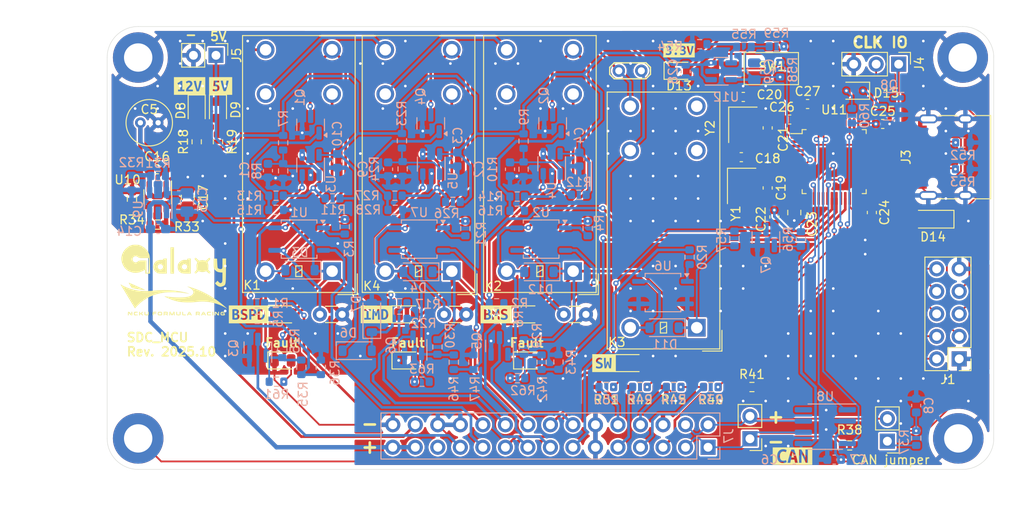
<source format=kicad_pcb>
(kicad_pcb (version 20221018) (generator pcbnew)
  (layers (0 "F.Cu" signal) (31 "B.Cu" signal) (34 "B.Paste" user) (35 "F.Paste" user) (36 "B.SilkS" user "B.Silkscreen") (37 "F.SilkS" user "F.Silkscreen") (38 "B.Mask" user) (39 "F.Mask" user) (44 "Edge.Cuts" user))
  (net 0 "")
  (net 1 "Net-(U3--)")
  (net 2 "IMD_RST")
  (net 3 "Net-(U4--)")
  (net 4 "+5V")
  (net 5 "+12V")
  (net 6 "Net-(D1-K)")
  (net 7 "Net-(D2-K)")
  (net 8 "BSPD_FAULT_OUT")
  (net 9 "BMS_FAULT_OUT")
  (net 10 "Net-(D5-K)")
  (net 11 "SW_Fault")
  (net 12 "Net-(D6-A)")
  (net 13 "Net-(D8-A)")
  (net 14 "Net-(D9-A)")
  (net 15 "Net-(D10-K)")
  (net 16 "Net-(D11-A)")
  (net 17 "IMD_FAULT_OUT")
  (net 18 "BSPD_LED")
  (net 19 "IMD_LED")
  (net 20 "BSPD_RST")
  (net 21 "BMS_RST")
  (net 22 "BSPD_FAULT")
  (net 23 "IMD_FAULT")
  (net 24 "BMS_FAULT")
  (net 25 "BSPD_IN")
  (net 26 "+3.3V")
  (net 27 "Net-(Q1-D)")
  (net 28 "BSPD_OUT")
  (net 29 "Net-(Q2-D)")
  (net 30 "BMS_OUT")
  (net 31 "BMS_IN")
  (net 34 "Net-(Q4-D)")
  (net 35 "Net-(Q1-G)")
  (net 36 "Net-(Q2-G)")
  (net 37 "Net-(Q4-G)")
  (net 38 "BMS_LED")
  (net 39 "Net-(U3-+)")
  (net 40 "Net-(U4-+)")
  (net 41 "Net-(R3-Pad2)")
  (net 42 "Net-(R4-Pad2)")
  (net 43 "Net-(R11-Pad2)")
  (net 44 "Net-(R12-Pad2)")
  (net 45 "Net-(R20-Pad1)")
  (net 46 "Net-(R21-Pad2)")
  (net 47 "Net-(R26-Pad2)")
  (net 48 "GND")
  (net 49 "VDC")
  (net 50 "Net-(U9-ADJ)")
  (net 51 "Net-(U10-ADJ)")
  (net 52 "Net-(C8-Pad1)")
  (net 53 "Net-(U5--)")
  (net 54 "/HSE_IN")
  (net 55 "/HSE_OUT")
  (net 56 "/LSE_IN")
  (net 57 "/LSE_OUT")
  (net 58 "Net-(D13-A)")
  (net 59 "Net-(D14-A)")
  (net 60 "Net-(D15-K)")
  (net 61 "Net-(D15-A)")
  (net 62 "Net-(J3-CC1)")
  (net 63 "USB_D+")
  (net 64 "USB_D-")
  (net 66 "Net-(J3-CC2)")
  (net 68 "SWDIO")
  (net 69 "SWDCLK")
  (net 70 "CAN-")
  (net 71 "CAN+")
  (net 72 "TSSI")
  (net 73 "BSPD_signal2")
  (net 74 "BSPD_signal1")
  (net 75 "BSPD_signal4")
  (net 76 "BSPD_signal3")
  (net 77 "SDC_OUT")
  (net 78 "Net-(JP2-A)")
  (net 79 "Net-(Q7-G)")
  (net 80 "BSPD_LED_MCU")
  (net 81 "BSPD_Check1")
  (net 82 "BMS_LED_MCU")
  (net 83 "BSPD_Check2")
  (net 84 "IMD_LED_MCU")
  (net 85 "BSPD_Check3")
  (net 86 "BSPD_Check4")
  (net 87 "Net-(U12-ADJ)")
  (net 88 "SW_Signal")
  (net 89 "Net-(SW1-B)")
  (net 90 "CAN_TX")
  (net 91 "CAN_RX")
  (net 95 "/ADC_IN1")
  (net 104 "Net-(D16-A)")
  (net 105 "Net-(D17-A)")
  (net 106 "Net-(D18-A)")
  (net 107 "PA10")
  (net 108 "PA9")
  (net 109 "PA8")
  (net 110 "PB15")
  (net 111 "PB14")
  (net 112 "PB13")
  (net 113 "PB12")
  (net 114 "PB11")
  (footprint "Crystal:Crystal_SMD_SeikoEpson_FA238-4Pin_3.2x2.5mm" (layer "F.Cu") (at 122.2 59.6 -90)
    (fp_text reference "Y2")
    (fp_text value "32.768k")
  )
  (footprint "Button_Switch_SMD:SW_SPST_FSMSM" (layer "F.Cu") (at 125.41 53.25 180)
    (fp_text reference "SW1")
    (fp_text value "SW_SPST")
  )
  (footprint "MountingHole:MountingHole_3.2mm_M3_ISO7380_Pad" (layer "F.Cu") (at 147.000001 51.999999)
    (fp_text reference "H3" hide)
    (fp_text value "MountingHole_Pad")
  )
  (footprint "LED_SMD:LED_0805_2012Metric" (layer "F.Cu") (at 84.3125 86.2)
    (fp_text reference "D18" hide)
    (fp_text value "~")
  )
  (footprint "Package_QFP:LQFP-48_7x7mm_P0.5mm" (layer "F.Cu") (at 132.5 63.75)
    (fp_text reference "U11")
    (fp_text value "STM32F103C8Tx")
  )
  (footprint "Capacitor_SMD:C_0603_1608Metric" (layer "F.Cu") (at 125.75 70 -90)
    (fp_text reference "C22")
    (fp_text value "100n")
  )
  (footprint "Resistor_SMD:R_0603_1608Metric" (layer "F.Cu") (at 118.6 89.2 180)
    (fp_text reference "R40")
    (fp_text value "100k")
  )
  (footprint "LED_SMD:LED_0805_2012Metric" (layer "F.Cu") (at 109.5 86.5)
    (fp_text reference "D5" hide)
    (fp_text value "SW BTN LED")
  )
  (footprint "kibuzzard-67515DF6" (layer "F.Cu") (at 59.8 55.2125)
    (fp_text reference "kibuzzard-67515DF6" hide)
    (fp_text value "G***" hide)
  )
  (footprint "Package_TO_SOT_SMD:SOT-23-5" (layer "F.Cu") (at 56.2 67.725 -90)
    (fp_text reference "U10")
    (fp_text value "AP2204K-ADJ" hide)
  )
  (footprint "Capacitor_SMD:C_0603_1608Metric_Pad1.08x0.95mm_HandSolder" (layer "F.Cu") (at 56.1375 64.6125)
    (fp_text reference "C16")
    (fp_text value "1u" hide)
  )
  (footprint "TestPoint:TestPoint_2Pads_Pitch2.54mm_Drill0.8mm" (layer "F.Cu") (at 108.21 53.5)
    (fp_text reference "JP1" hide)
    (fp_text value "Jumper_2_Open" hide)
  )
  (footprint "MountingHole:MountingHole_3.2mm_M3_ISO7380_Pad" (layer "F.Cu") (at 54 95.000001)
    (fp_text reference "H4" hide)
    (fp_text value "MountingHole_Pad")
  )
  (footprint "Connector_PinHeader_2.54mm:PinHeader_1x03_P2.54mm_Vertical" (layer "F.Cu") (at 139.775 52.75 -90)
    (fp_text reference "J4")
    (fp_text value "Conn_01x03_Pin")
  )
  (footprint "Relay_THT:Relay_DPST_Omron_G2RL-2A" (layer "F.Cu") (at 89.37132 76.12132 180)
    (fp_text reference "K4")
    (fp_text value "G2RL-2A")
  )
  (footprint "Capacitor_SMD:C_0603_1608Metric" (layer "F.Cu") (at 136.75 69.5 -90)
    (fp_text reference "C24")
    (fp_text value "100n")
  )
  (footprint "kibuzzard-67515B78" (layer "F.Cu") (at 66.45 81)
    (fp_text reference "kibuzzard-67515B78" hide)
    (fp_text value "G***" hide)
  )
  (footprint "Capacitor_SMD:C_0805_2012Metric" (layer "F.Cu") (at 128 69.5 -90)
    (fp_text reference "C23")
    (fp_text value "10u")
  )
  (footprint "Resistor_SMD:R_0603_1608Metric" (layer "F.Cu") (at 60.6 61.5125 90)
    (fp_text reference "R18")
    (fp_text value "10k")
  )
  (footprint "Connector_PinHeader_2.54mm:PinHeader_1x02_P2.54mm_Vertical" (layer "F.Cu") (at 62.775 51.75 -90)
    (fp_text reference "J5")
    (fp_text value "Conn_01x02_Pin")
  )
  (footprint "Connector_PinHeader_2.54mm:PinHeader_1x02_P2.54mm_Vertical" (layer "F.Cu") (at 138.5 95.315 180)
    (fp_text reference "JP2" hide)
    (fp_text value "Jumper_2_Open")
  )
  (footprint "Resistor_SMD:R_0603_1608Metric" (layer "F.Cu") (at 56.175 70.8625 180)
    (fp_text reference "R33")
    (fp_text value "301k" hide)
  )
  (footprint "Capacitor_THT:C_Disc_D3.0mm_W1.6mm_P2.50mm" (layer "F.Cu") (at 88.5 81)
    (fp_text reference "C11" hide)
    (fp_text value "NC")
  )
  (footprint "Relay_THT:Relay_DPST_Omron_G2RL-2A" (layer "F.Cu") (at 103.05882 76.12132 180)
    (fp_text reference "K2")
    (fp_text value "G2RL-2A" hide)
  )
  (footprint "kibuzzard-67515B89" (layer "F.Cu") (at 94.35 81)
    (fp_text reference "kibuzzard-67515B89" hide)
    (fp_text value "G***" hide)
  )
  (footprint "kibuzzard-67515DEB" (layer "F.Cu") (at 63.3 55.2125)
    (fp_text reference "kibuzzard-67515DEB" hide)
    (fp_text value "G***" hide)
  )
  (footprint "LED_SMD:LED_0805_2012Metric" (layer "F.Cu") (at 84.3125 81)
    (fp_text reference "D10" hide)
    (fp_text value "IMD BTN LED")
  )
  (footprint "LED_SMD:LED_0805_2012Metric" (layer "F.Cu") (at 134.8125 55.75 180)
    (fp_text reference "D15")
    (fp_text value "LED")
  )
  (footprint "Diode_SMD:D_SOD-123" (layer "F.Cu") (at 143.65 70.25 180)
    (fp_text reference "D14")
    (fp_text value "BAT46W-7-F")
  )
  (footprint "Resistor_SMD:R_0603_1608Metric" (layer "F.Cu") (at 123.225 89.2)
    (fp_text reference "R41")
    (fp_text value "47k")
  )
  (footprint "Capacitor_SMD:C_0603_1608Metric" (layer "F.Cu") (at 125 66.725 90)
    (fp_text reference "C19")
    (fp_text value "20p")
  )
  (footprint "kibuzzard-68E9BC03" (layer "F.Cu") (at 115 51.2)
    (fp_text reference "kibuzzard-68E9BC03" hide)
    (fp_text value "G***" hide)
  )
  (footprint "MountingHole:MountingHole_3.2mm_M3_ISO7380_Pad" (layer "F.Cu") (at 54 52)
    (fp_text reference "H1" hide)
    (fp_text value "MountingHole_Pad")
  )
  (footprint "Resistor_SMD:R_0603_1608Metric" (layer "F.Cu") (at 63 61.5125 90)
    (fp_text reference "R19")
    (fp_text value "10k")
  )
  (footprint "LED_SMD:LED_0805_2012Metric" (layer "F.Cu") (at 115 53.5)
    (fp_text reference "D13")
    (fp_text value "PWR")
  )
  (footprint "Capacitor_SMD:C_0805_2012Metric_Pad1.18x1.45mm_HandSolder" (layer "F.Cu") (at 59.6 67.8 90)
    (fp_text reference "C17")
    (fp_text value "10u" hide)
  )
  (footprint "Relay_THT:Relay_DPST_Omron_G2RL-2A" (layer "F.Cu") (at 117 82.5 180)
    (fp_text reference "K3")
    (fp_text value "G2RL-2A" hide)
  )
  (footprint "LED_SMD:LED_0805_2012Metric" (layer "F.Cu") (at 98.03 86.2)
    (fp_text reference "D17" hide)
    (fp_text value "~")
  )
  (footprint "Capacitor_SMD:C_0603_1608Metric" (layer "F.Cu") (at 127.475 59 180)
    (fp_text reference "C26")
    (fp_text value "100n")
  )
  (footprint "kibuzzard-68E9BB8F" (layer "F.Cu") (at 127.8 97)
    (fp_text reference "kibuzzard-68E9BB8F" hide)
    (fp_text value "G***" hide)
  )
  (footprint "Capacitor_SMD:C_0603_1608Metric" (layer "F.Cu") (at 129.5 57.25)
    (fp_text reference "C27")
    (fp_text value "100n")
  )
  (footprint "Crystal:Crystal_SMD_SeikoEpson_FA238-4Pin_3.2x2.5mm" (layer "F.Cu") (at 122.0625 66.5 -90)
    (fp_text reference "Y1")
    (fp_text value "8M")
  )
  (footprint "Resistor_SMD:R_0603_1608Metric" (layer "F.Cu") (at 110.575 89.2 180)
    (fp_text reference "R49")
    (fp_text value "100k")
  )
  (footprint "Capacitor_THT:C_Disc_D3.0mm_W1.6mm_P2.50mm" (layer "F.Cu") (at 74.5 81)
    (fp_text reference "C12" hide)
    (fp_text value "NC" hide)
  )
  (footprint "LED_SMD:LED_0805_2012Metric" (layer "F.Cu") (at 70.3125 86.2)
    (fp_text reference "D16" hide)
    (fp_text value "~")
  )
  (footprint "Capacitor_THT:C_Radial_D5.0mm_H5.0mm_P2.00mm" (layer "F.Cu") (at 54.25 59.3625)
    (fp_text reference "C5")
    (fp_text value "100u" hide)
  )
  (footprint "Capacitor_SMD:C_0603_1608Metric" (layer "F.Cu") (at 122.025 63.25)
    (fp_text reference "C18")
    (fp_text value "20p")
  )
  (footprint "LOGO" (layer "F.Cu") (at 58 75.5)
    (fp_text reference "G***" hide)
    (fp_text value "LOGO" hide)
  )
  (footprint "LED_SMD:LED_0805_2012Metric" (layer "F.Cu") (at 63 57.9125 -90)
    (fp_text reference "D9")
    (fp_text value "PWR")
  )
  (footprint "Capacitor_SMD:C_0603_1608Metric" (layer "F.Cu") (at 125 59.95 90)
    (fp_text reference "C21")
    (fp_text value "20p")
  )
  (footprint "Resistor_SMD:R_0603_1608Metric" (layer "F.Cu") (at 106.8 89.2 180)
    (fp_text reference "R51")
    (fp_text value "100k")
  )
  (footprint "LED_SMD:LED_0805_2012Metric" (layer "F.Cu") (at 60.6 57.9125 -90)
    (fp_text reference "D8")
    (fp_text value "PWR")
  )
  (footprint "Capacitor_SMD:C_0603_1608Metric" (layer "F.Cu") (at 122.25 56.45)
    (fp_text reference "C20")
    (fp_text value "20p")
  )
  (footprint "Connector_USB:USB_C_Receptacle_HRO_TYPE-C-31-M-12" (layer "F.Cu") (at 146.25 63.25 90)
    (fp_text reference "J3")
    (fp_text value "USB_C_Receptacle_USB2.0_16P")
  )
  (footprint "Connector_PinHeader_2.54mm:PinHeader_2x05_P2.54mm_Vertical" (layer "F.Cu") (at 146.6 86.02 180)
    (fp_text reference "J1")
    (fp_text value "Conn_02x05_Odd_Even")
  )
  (footprint "Connector_PinHeader_2.54mm:PinHeader_1x02_P2.54mm_Vertical" (layer "F.Cu") (at 123 95.04 180)
    (fp_text reference "J6" hide)
    (fp_text value "Conn_01x02_Pin")
  )
  (footprint "Capacitor_THT:C_Disc_D3.0mm_W1.6mm_P2.50mm" (layer "F.Cu") (at 102 81)
    (fp_text reference "C13" hide)
    (fp_text value "NC")
  )
  (footprint "Resistor_SMD:R_0603_1608Metric" (layer "F.Cu") (at 134.25 95.79 180)
    (fp_text reference "R38")
    (fp_text value "60R")
  )
  (footprint "LOGO" (layer "F.Cu") (at 58 79.25)
    (fp_text reference "G***" hide)
    (fp_text value "LOGO" hide)
  )
  (footprint "LED_SMD:LED_0805_2012Metric" (layer "F.Cu") (at 70.3125 81)
    (fp_text reference "D1" hide)
    (fp_text value "BSPD BTN LED" hide)
  )
  (footprint "Resistor_SMD:R_0603_1608Metric" (layer "F.Cu") (at 53.3 68 -90)
    (fp_text reference "R34")
    (fp_text value "100k" hide)
  )
  (footprint "Relay_THT:Relay_DPST_Omron_G2RL-2A" (layer "F.Cu") (at 75.87132 76.12132 180)
    (fp_text reference "K1")
    (fp_text value "G2RL-2A")
  )
  (footprint "Resistor_SMD:R_0603_1608Metric" (layer "F.Cu") (at 114.4 89.2 180)
    (fp_text reference "R45")
    (fp_text value "100k")
  )
  (footprint "MountingHole:MountingHole_3.2mm_M3_ISO7380_Pad" (layer "F.Cu") (at 146.500001 95)
    (fp_text reference "H2" hide)
    (fp_text value "MountingHole_Pad")
  )
  (footprint "kibuzzard-67515B81" (layer "F.Cu") (at 80.85 81)
    (fp_text reference "kibuzzard-67515B81" hide)
    (fp_text value "G***" hide)
  )
  (footprint "LED_SMD:LED_0805_2012Metric" (layer "F.Cu") (at 97.75 81)
    (fp_text reference "D2" hide)
    (fp_text value "BMS BTN LED")
  )
  (footprint "Capacitor_SMD:C_0603_1608Metric" (layer "F.Cu") (at 137.975 59.5)
    (fp_text reference "C25")
    (fp_text value "100n")
  )
  (footprint "kibuzzard-67D10362" (layer "F.Cu") (at 106.5 86.5)
    (fp_text reference "kibuzzard-67D10362" hide)
    (fp_text value "G***" hide)
  )
  (footprint "Capacitor_SMD:C_0603_1608Metric" (layer "B.Cu") (at 128 97.4 180)
    (fp_text reference "C6")
    (fp_text value "100n")
  )
  (footprint "Resistor_SMD:R_0603_1608Metric" (layer "B.Cu") (at 74.6 86.975 90)
    (fp_text reference "R36")
    (fp_text value "100k")
  )
  (footprint "Capacitor_SMD:C_0603_1608Metric" (layer "B.Cu") (at 115.75 53.575 -90)
    (fp_text reference "C28")
    (fp_text value "1u")
  )
  (footprint "Resistor_SMD:R_0603_1608Metric" (layer "B.Cu") (at 83.83 64.575 -90)
    (fp_text reference "R24")
    (fp_text value "10k")
  )
  (footprint "Capacitor_SMD:C_0805_2012Metric_Pad1.18x1.45mm_HandSolder" (layer "B.Cu") (at 59.5 68.3625 -90)
    (fp_text reference "C15")
    (fp_text value "10u" hide)
  )
  (footprint "Resistor_SMD:R_0603_1608Metric" (layer "B.Cu") (at 126.4 53.375 90)
    (fp_text reference "R58")
    (fp_text value "10k")
  )
  (footprint "Capacitor_SMD:C_0603_1608Metric" (layer "B.Cu") (at 82.18632 64.6125 -90)
    (fp_text reference "C9")
    (fp_text value "100n")
  )
  (footprint "Resistor_SMD:R_0603_1608Metric" (layer "B.Cu") (at 69.55 67.6 180)
    (fp_text reference "R13")
    (fp_text value "100R")
  )
  (footprint "Resistor_SMD:R_0603_1608Metric" (layer "B.Cu") (at 110.6 89.2)
    (fp_text reference "R48")
    (fp_text value "47k")
  )
  (footprint "Package_TO_SOT_SMD:SOT-23-5" (layer "B.Cu") (at 100.6375 64 90)
    (fp_text reference "U4")
    (fp_text value "AS331KTR-G1")
  )
  (footprint "Resistor_SMD:R_0603_1608Metric" (layer "B.Cu") (at 96.775 88.2 180)
    (fp_text reference "R62")
    (fp_text value "10k")
  )
  (footprint "Resistor_SMD:R_0603_1608Metric" (layer "B.Cu") (at 87.75 84.675 90)
    (fp_text reference "R30")
    (fp_text value "10k")
  )
  (footprint "Capacitor_SMD:C_0805_2012Metric" (layer "B.Cu") (at 123.5 53.55 90)
    (fp_text reference "C29")
    (fp_text value "10u")
  )
  (footprint "Resistor_SMD:R_0603_1608Metric" (layer "B.Cu") (at 147.025 61.6)
    (fp_text reference "R52")
    (fp_text value "5k1")
  )
  (footprint "Package_TO_SOT_SMD:SOT-23" (layer "B.Cu") (at 100.75 59.4375 90)
    (fp_text reference "Q2")
    (fp_text value "2N7002")
  )
  (footprint "Resistor_SMD:R_0603_1608Metric" (layer "B.Cu") (at 97.47 61.4375 -90)
    (fp_text reference "R9")
    (fp_text value "10k")
  )
  (footprint "Diode_SMD:D_SOD-123" (layer "B.Cu") (at 80.35 81.35 90)
    (fp_text reference "D7")
    (fp_text value "1N4148W" hide)
  )
  (footprint "Resistor_SMD:R_0603_1608Metric" (layer "B.Cu") (at 83 69.2)
    (fp_text reference "R28")
    (fp_text value "100k")
  )
  (footprint "Package_SO:SOP-4_3.8x4.1mm_P2.54mm" (layer "B.Cu") (at 85.7 72.5 180)
    (fp_text reference "U7")
    (fp_text value "VOM618AT")
  )
  (footprint "Package_TO_SOT_SMD:SOT-23" (layer "B.Cu") (at 124.8 72.3125 90)
    (fp_text reference "Q7")
    (fp_text value "2N7002")
  )
  (footprint "Diode_SMD:D_SOD-123" (layer "B.Cu") (at 99.2 76.2 180)
    (fp_text reference "D12")
    (fp_text value "1N4148W")
  )
  (footprint "Resistor_SMD:R_0603_1608Metric" (layer "B.Cu") (at 96.75 67.7 180)
    (fp_text reference "R14")
    (fp_text value "100R")
  )
  (footprint "Resistor_SMD:R_0603_1608Metric" (layer "B.Cu") (at 106.8 89.2)
    (fp_text reference "R50")
    (fp_text value "47k")
  )
  (footprint "Resistor_SMD:R_0603_1608Metric" (layer "B.Cu") (at 75.925 67.9 180)
    (fp_text reference "R11")
    (fp_text value "3k")
  )
  (footprint "Resistor_SMD:R_0603_1608Metric" (layer "B.Cu") (at 83.75 61.4 -90)
    (fp_text reference "R23")
    (fp_text value "10k")
  )
  (footprint "Resistor_SMD:R_0603_1608Metric" (layer "B.Cu") (at 86 88.6 180)
    (fp_text reference "R63")
    (fp_text value "10k")
  )
  (footprint "Package_TO_SOT_SMD:SOT-23-5" (layer "B.Cu") (at 56.25 68.3625 90)
    (fp_text reference "U9")
    (fp_text value "AP2204K-ADJ" hide)
  )
  (footprint "Resistor_SMD:R_0603_1608Metric" (layer "B.Cu") (at 96.75 69.3)
    (fp_text reference "R16")
    (fp_text value "100k")
  )
  (footprint "Package_SO:SOP-4_3.8x4.1mm_P2.54mm" (layer "B.Cu") (at 99.45 72.5 180)
    (fp_text reference "U2")
    (fp_text value "VOM618AT")
  )
  (footprint "Capacitor_SMD:C_0603_1608Metric" (layer "B.Cu") (at 95.93632 64.6125 -90)
    (fp_text reference "C2")
    (fp_text value "100n")
  )
  (footprint "Resistor_SMD:R_0603_1608Metric" (layer "B.Cu") (at 121.25 72.425 90)
    (fp_text reference "R57")
    (fp_text value "10k")
  )
  (footprint "Resistor_SMD:R_0603_1608Metric" (layer "B.Cu") (at 94.425 81.5)
    (fp_text reference "R6")
    (fp_text value "100k" hide)
  )
  (footprint "Resistor_SMD:R_0603_1608Metric" (layer "B.Cu") (at 67.425 79.75 180)
    (fp_text reference "R1")
    (fp_text value "100R" hide)
  )
  (footprint "Resistor_SMD:R_0603_1608Metric" (layer "B.Cu") (at 147 64.6)
    (fp_text reference "R53")
    (fp_text value "5k1")
  )
  (footprint "Resistor_SMD:R_0603_1608Metric" (layer "B.Cu") (at 56.25 65.3625 180)
    (fp_text reference "R31")
    (fp_text value "866k")
  )
  (footprint "Resistor_SMD:R_0603_1608Metric" (layer "B.Cu") (at 101.4 86.375 90)
    (fp_text reference "R43")
    (fp_text value "100k")
  )
  (footprint "Connector_PinHeader_2.54mm:PinHeader_2x15_P2.54mm_Vertical" (layer "B.Cu") (at 118.275 96 90)
    (fp_text reference "J7")
    (fp_text value "Conn_02x15_Odd_Even")
  )
  (footprint "Capacitor_SMD:C_0603_1608Metric" (layer "B.Cu") (at 141.75 91.29 90)
    (fp_text reference "C8")
    (fp_text value "1u")
  )
  (footprint "Package_TO_SOT_SMD:SOT-23" (layer "B.Cu") (at 67.5 84.75 90)
    (fp_text reference "Q3")
    (fp_text value "2N7002" hide)
  )
  (footprint "Resistor_SMD:R_0603_1608Metric" (layer "B.Cu") (at 89.6 86.4 -90)
    (fp_text reference "R46")
    (fp_text value "47k")
  )
  (footprint "Package_TO_SOT_SMD:SOT-23" (layer "B.Cu") (at 94.75 84.5625 90)
    (fp_text reference "Q5")
    (fp_text value "2N7002" hide)
  )
  (footprint "Package_TO_SOT_SMD:SOT-23-5" (layer "B.Cu") (at 73.45 64.1375 90)
    (fp_text reference "U3")
    (fp_text value "AS331KTR-G1")
  )
  (footprint "Resistor_SMD:R_0603_1608Metric" (layer "B.Cu") (at 53.25 66.1125 90)
    (fp_text reference "R32")
    (fp_text value "100k" hide)
  )
  (footprint "Resistor_SMD:R_0603_1608Metric" (layer "B.Cu") (at 128.75 72.5 -90)
    (fp_text reference "R56")
    (fp_text value "4.7k")
  )
  (footprint "Resistor_SMD:R_0603_1608Metric" (layer "B.Cu") (at 118.575 89.2)
    (fp_text reference "R39")
    (fp_text value "47k")
  )
  (footprint "Package_SO:SOP-4_3.8x4.1mm_P2.54mm" (layer "B.Cu") (at 72.15 72.5 180)
    (fp_text reference "U1")
    (fp_text value "VOM618AT")
  )
  (footprint "Package_TO_SOT_SMD:SOT-23" (layer "B.Cu") (at 85 84.4875 90)
    (fp_text reference "Q6")
    (fp_text value "2N7002" hide)
  )
  (footprint "Resistor_SMD:R_0603_1608Metric" (layer "B.Cu") (at 70.35 61.625 -90)
    (fp_text reference "R7")
    (fp_text value "10k")
  )
  (footprint "Package_SO:SOIC-8_3.9x4.9mm_P1.27mm" (layer "B.Cu") (at 131.5 93.675 180)
    (fp_text reference "U8")
    (fp_text value "SN65HVD256D")
  )
  (footprint "Resistor_SMD:R_0603_1608Metric" (layer "B.Cu") (at 104.7 71.3 -90)
    (fp_text reference "R4")
    (fp_text value "432R")
  )
  (footprint "Package_TO_SOT_SMD:SOT-23" (layer "B.Cu") (at 87 59.4375 90)
    (fp_text reference "Q4")
    (fp_text value "2N7002")
  )
  (footprint "Capacitor_SMD:C_0603_1608Metric" (layer "B.Cu") (at 76.45 63.6625 -90)
    (fp_text reference "C10")
    (fp_text value "100n")
  )
  (footprint "Resistor_SMD:R_0603_1608Metric" (layer "B.Cu") (at 70.35 64.8 -90)
    (fp_text reference "R8")
    (fp_text value "10k")
  )
  (footprint "Resistor_SMD:R_0603_1608Metric" (layer "B.Cu") (at 70.25 85.0625 90)
    (fp_text reference "R25")
    (fp_text value "10k")
  )
  (footprint "Resistor_SMD:R_0603_1608Metric" (layer "B.Cu") (at 69.55 69.2)
    (fp_text reference "R15")
    (fp_text value "100k")
  )
  (footprint "Resistor_SMD:R_0603_1608Metric" (layer "B.Cu") (at 122.325 50.8 180)
    (fp_text reference "R55")
    (fp_text value "165k")
  )
  (footprint "Diode_SMD:D_SOD-123" (layer "B.Cu") (at 78.7 85.1)
    (fp_text reference "D6")
    (fp_text value "1N4148W" hide)
  )
  (footprint "Diode_SMD:D_SOD-123" (layer "B.Cu") (at 113.3125 82.5 180)
    (fp_text reference "D11")
    (fp_text value "1N4148W")
  )
  (footprint "Resistor_SMD:R_0603_1608Metric" (layer "B.Cu") (at 77.3 71.1 -90)
    (fp_text reference "R3")
    (fp_text value "432R")
  )
  (footprint "Resistor_SMD:R_0603_1608Metric" (layer "B.Cu") (at 134.5 58.575 90)
    (fp_text reference "R60")
    (fp_text value "10k")
  )
  (footprint "Resistor_SMD:R_0603_1608Metric" (layer "B.Cu") (at 72.4 86.975 -90)
    (fp_text reference "R35")
    (fp_text value "47k")
  )
  (footprint "Resistor_SMD:R_0603_1608Metric" (layer "B.Cu") (at 97.5 84.675 90)
    (fp_text reference "R29")
    (fp_text value "10k")
  )
  (footprint "Diode_SMD:D_SOD-123" (layer "B.Cu") (at 72.25 76 180)
    (fp_text reference "D3")
    (fp_text value "1N4148W")
  )
  (footprint "Resistor_SMD:R_0603_1608Metric" (layer "B.Cu") (at 97.47 64.6125 -90)
    (fp_text reference "R10")
    (fp_text value "10k")
  )
  (footprint "Resistor_SMD:R_0603_1608Metric" (layer "B.Cu") (at 91.8 86.4 90)
    (fp_text reference "R47")
    (fp_text value "100k")
  )
  (footprint "Package_TO_SOT_SMD:SOT-23" (layer "B.Cu") (at 73.45 59.6 90)
    (fp_text reference "Q1")
    (fp_text value "2N7002")
  )
  (footprint "Package_TO_SOT_SMD:SOT-23" (layer "B.Cu") (at 138.6875 57.5 180)
    (fp_text reference "Q8")
    (fp_text value "2N7002")
  )
  (footprint "Resistor_SMD:R_0603_1608Metric" (layer "B.Cu") (at 90.9 71.3 -90)
    (fp_text reference "R21")
    (fp_text value "432R")
  )
  (footprint "Package_TO_SOT_SMD:SOT-23-5" (layer "B.Cu") (at 87.05 64.0375 90)
    (fp_text reference "U5")
    (fp_text value "AS331KTR-G1")
  )
  (footprint "Resistor_SMD:R_0603_1608Metric" (layer "B.Cu") (at 83.5 81.5)
    (fp_text reference "R22")
    (fp_text value "100k" hide)
  )
  (footprint "Resistor_SMD:R_0603_1608Metric" (layer "B.Cu") (at 99.5 86.4 -90)
    (fp_text reference "R42")
    (fp_text value "47k")
  )
  (footprint "Resistor_SMD:R_0603_1608Metric" (layer "B.Cu") (at 89.5 68.3 180)
    (fp_text reference "R26")
    (fp_text value "3k")
  )
  (footprint "Resistor_SMD:R_0603_1608Metric" (layer "B.Cu") (at 82.95 67.6 180)
    (fp_text reference "R27")
    (fp_text value "100R")
  )
  (footprint "Capacitor_SMD:C_0603_1608Metric" (layer "B.Cu") (at 103.75 63.5 -90)
    (fp_text reference "C4")
    (fp_text value "100n")
  )
  (footprint "Package_TO_SOT_SMD:SOT-23-5" (layer "B.Cu") (at 119.75 53.55)
    (fp_text reference "U12")
    (fp_text value "AP2204K-ADJ")
  )
  (footprint "Resistor_SMD:R_0603_1608Metric" (layer "B.Cu") (at 67.425 81.5)
    (fp_text reference "R5")
    (fp_text value "100k" hide)
  )
  (footprint "Capacitor_SMD:C_0603_1608Metric" (layer "B.Cu") (at 132.5 97.4 180)
    (fp_text reference "C7")
    (fp_text value "100n")
  )
  (footprint "Diode_SMD:D_SOD-123" (layer "B.Cu") (at 85.55 76.2 180)
    (fp_text reference "D4")
    (fp_text value "1N4148W")
  )
  (footprint "Resistor_SMD:R_0603_1608Metric" (layer "B.Cu") (at 116.19118 74.54118 90)
    (fp_text reference "R20")
    (fp_text value "10k")
  )
  (footprint "Capacitor_SMD:C_0603_1608Metric" (layer "B.Cu") (at 90 63.5 -90)
    (fp_text reference "C3")
    (fp_text value "100n")
  )
  (footprint "Capacitor_SMD:C_0603_1608Metric_Pad1.08x0.95mm_HandSolder" (layer "B.Cu") (at 56.25 71.3625)
    (fp_text reference "C14")
    (fp_text value "1u" hide)
  )
  (footprint "Capacitor_SMD:C_0603_1608Metric" (layer "B.Cu") (at 68.63632 64.775 -90)
    (fp_text reference "C1")
    (fp_text value "100n")
  )
  (footprint "Resistor_SMD:R_0603_1608Metric" (layer "B.Cu") (at 103.7 67.5 180)
    (fp_text reference "R12")
    (fp_text value "3k")
  )
  (footprint "Resistor_SMD:R_0603_1608Metric" (layer "B.Cu") (at 141.75 94.965 90)
    (fp_text reference "R37")
    (fp_text value "60R")
  )
  (footprint "Resistor_SMD:R_0603_1608Metric" (layer "B.Cu") (at 126 50.75)
    (fp_text reference "R59")
    (fp_text value "10k")
  )
  (footprint "Resistor_SMD:R_0603_1608Metric" (layer "B.Cu") (at 117.325 50.5)
    (fp_text reference "R54")
    (fp_text value "100k")
  )
  (footprint "Resistor_SMD:R_0603_1608Metric" (layer "B.Cu") (at 114.4 89.2)
    (fp_text reference "R44")
    (fp_text value "47k")
  )
  (footprint "Resistor_SMD:R_0603_1608Metric" (layer "B.Cu") (at 69.6 88.6)
    (fp_text reference "R61")
    (fp_text value "10k")
  )
  (footprint "Package_SO:SOP-4_3.8x4.1mm_P2.54mm" (layer "B.Cu") (at 113.19118 78.54118 180)
    (fp_text reference "U6")
    (fp_text value "VOM618AT")
  )
  (footprint "Resistor_SMD:R_0603_1608Metric" (layer "B.Cu") (at 83.5 79.75 180)
    (fp_text reference "R17")
    (fp_text value "1k" hide)
  )
  (footprint "Resistor_SMD:R_0603_1608Metric" (layer "B.Cu") (at 94.425 79.75 180)
    (fp_text reference "R2")
    (fp_text value "100R" hide)
  )
  (gr_arc (start 147 48.5) (mid 149.474874 49.525126) (end 150.5 52) (stroke (width 0.05)) (layer "Edge.Cuts"))
  (gr_arc (start 150.5 95) (mid 149.474876 97.474884) (end 147 98.5) (stroke (width 0.05)) (layer "Edge.Cuts"))
  (gr_line (start 150.5 52) (end 150.5 95) (stroke (width 0.05)) (layer "Edge.Cuts"))
  (gr_arc (start 54 98.500001) (mid 51.525126 97.474875) (end 50.5 95.000001) (stroke (width 0.05)) (layer "Edge.Cuts"))
  (gr_line (start 54 48.5) (end 147 48.5) (stroke (width 0.05)) (layer "Edge.Cuts"))
  (gr_line (start 50.5 95) (end 50.5 52) (stroke (width 0.05)) (layer "Edge.Cuts"))
  (gr_line (start 147 98.5) (end 54 98.5) (stroke (width 0.05)) (layer "Edge.Cuts"))
  (gr_arc (start 50.5 52) (mid 51.525126 49.525126) (end 54 48.5) (stroke (width 0.05)) (layer "Edge.Cuts"))
  (gr_text "Fault" (at 68.2 84.8) (layer "F.SilkS") (effects (font (size 1 1) (thickness 0.2) bold) (justify left bottom)))
  (gr_text "+" (at 124.8 93.4) (layer "F.SilkS") (effects (font (size 1.5 1.5) (thickness 0.3) bold) (justify left bottom)))
  (gr_text "-" (at 124.8 96.2) (layer "F.SilkS") (effects (font (size 1.5 1.5) (thickness 0.3) bold) (justify left bottom)))
  (gr_text "IO" (at 138.8 51) (layer "F.SilkS") (effects (font (size 1.2 1.2) (thickness 0.25) bold) (justify left bottom)))
  (gr_text "+" (at 79 96.8) (layer "F.SilkS") (effects (font (size 1.5 1.5) (thickness 0.3) bold) (justify left bottom)))
  (gr_text "Fault" (at 95.8 84.8) (layer "F.SilkS") (effects (font (size 1 1) (thickness 0.2) bold) (justify left bottom)))
  (gr_text "-" (at 59.2 50) (layer "F.SilkS") (effects (font (size 1 1) (thickness 0.2) bold) (justify left bottom)))
  (gr_text "-" (at 79 94.2) (layer "F.SilkS") (effects (font (size 1.5 1.5) (thickness 0.3) bold) (justify left bottom)))
  (gr_text "5V" (at 62 50.2) (layer "F.SilkS") (effects (font (size 1 1) (thickness 0.2) bold) (justify left bottom)))
  (gr_text "CLK" (at 134.4 51) (layer "F.SilkS") (effects (font (size 1.2 1.2) (thickness 0.3) bold) (justify left bottom)))
  (gr_text "SDC_MCU\nRev. 2025.10\n" (at 52.6 85.8) (layer "F.SilkS") (effects (font (size 1 1) (thickness 0.2) bold) (justify left bottom)))
  (gr_text "Fault" (at 82.4 84.8) (layer "F.SilkS") (effects (font (size 1 1) (thickness 0.2) bold) (justify left bottom)))
  (gr_text "CAN jumper" (at 134.4 98) (layer "F.SilkS") (effects (font (size 1 1)) (justify left bottom)))
  (segment (start 74.4 64.851238) (end 74.4 65.275) (width 0.3) (layer "B.Cu") (net 1))
  (segment (start 70.325 64) (end 70.35 63.975) (width 0.2) (layer "B.Cu") (net 1))
  (segment (start 70.35 63.975) (end 70.6375 64.2625) (width 0.3) (layer "B.Cu") (net 1))
  (segment (start 70.6375 64.2625) (end 73.811262 64.2625) (width 0.3) (layer "B.Cu") (net 1))
  (segment (start 73.811262 64.2625) (end 74.4 64.851238) (width 0.3) (layer "B.Cu") (net 1))
  (segment (start 68.63632 64) (end 70.325 64) (width 0.2) (layer "B.Cu") (net 1))
  (segment (start 70.35 62.45) (end 70.35 63.975) (width 0.2) (layer "B.Cu") (net 1))
  (segment (start 92 82.6) (end 92.15 82.45) (width 0.3) (layer "F.Cu") (net 2))
  (segment (start 97.955 93.46) (end 92 87.505) (width 0.3) (layer "F.Cu") (net 2))
  (segment (start 92 87.505) (end 92 82.6) (width 0.3) (layer "F.Cu") (net 2))
  (via (at 92.15 82.45) (size 0.6) (drill 0.3) (layers "F.Cu" "B.Cu") (net 2))
  (segment (start 89.72 73.77) (end 88.45 73.77) (width 0.3) (layer "B.Cu") (net 2))
  (segment (start 92.15 82.45) (end 92.15 76.2) (width 0.3) (layer "B.Cu") (net 2))
  (segment (start 92.15 76.2) (end 89.72 73.77) (width 0.3) (layer "B.Cu") (net 2))
  (segment (start 100.825 63.825) (end 101.5875 64.5875) (width 0.2) (layer "B.Cu") (net 3))
  (segment (start 97.5075 63.825) (end 100.825 63.825) (width 0.2) (layer "B.Cu") (net 3))
  (segment (start 101.5875 64.5875) (end 101.5875 65.1375) (width 0.2) (layer "B.Cu") (net 3))
  (segment (start 97.47 62.2625) (end 97.47 63.7875) (width 0.2) (layer "B.Cu") (net 3))
  (segment (start 95.93632 63.8375) (end 97.42 63.8375) (width 0.2) (layer "B.Cu") (net 3))
  (segment (start 97.42 63.8375) (end 97.47 63.7875) (width 0.2) (layer "B.Cu") (net 3))
  (segment (start 97.47 63.7875) (end 97.5075 63.825) (width 0.2) (layer "B.Cu") (net 3))
  (segment (start 59.6 68.8375) (end 57.175 68.8375) (width 0.5) (layer "F.Cu") (net 4))
  (segment (start 146.051371 70.25) (end 149.2 67.101371) (width 0.2) (layer "F.Cu") (net 4))
  (segment (start 145.3 70.25) (end 145.3 70.85) (width 0.2) (layer "F.Cu") (net 4))
  (segment (start 133.475 97.6) (end 133.275 97.4) (width 0.2) (layer "F.Cu") (net 4))
  (segment (start 60.7625 68.8375) (end 63 66.6) (width 0.5) (layer "F.Cu") (net 4))
  (segment (start 142.8 96.8) (end 142 97.6) (width 0.2) (layer "F.Cu") (net 4))
  (segment (start 119.6125 51.6) (end 118.6125 52.6) (width 0.2) (layer "F.Cu") (net 4))
  (segment (start 145.3 70.85) (end 149.9 75.45) (width 0.2) (layer "F.Cu") (net 4))
  (segment (start 141.401371 51.6) (end 119.6125 51.6) (width 0.2) (layer "F.Cu") (net 4))
  (segment (start 63 66.6) (end 63 62.3375) (width 0.5) (layer "F.Cu") (net 4))
  (segment (start 142.8 94.245228) (end 142.8 96.8) (width 0.2) (layer "F.Cu") (net 4))
  (segment (start 149.9 87.145228) (end 142.8 94.245228) (width 0.2) (layer "F.Cu") (net 4))
  (segment (start 57.175 68.8375) (end 57.15 68.8625) (width 0.5) (layer "F.Cu") (net 4))
  (segment (start 149.2 59.398629) (end 141.401371 51.6) (width 0.2) (layer "F.Cu") (net 4))
  (segment (start 57.15 68.8625) (end 57.15 70.7125) (width 0.5) (layer "F.Cu") (net 4))
  (segment (start 142 97.6) (end 133.475 97.6) (width 0.2) (layer "F.Cu") (net 4))
  (segment (start 57.15 70.7125) (end 57 70.8625) (width 0.5) (layer "F.Cu") (net 4))
  (segment (start 145.3 70.25) (end 146.051371 70.25) (width 0.2) (layer "F.Cu") (net 4))
  (segment (start 64 62.3375) (end 63 62.3375) (width 0.3) (layer "F.Cu") (net 4))
  (segment (start 149.9 75.45) (end 149.9 87.145228) (width 0.2) (layer "F.Cu") (net 4))
  (segment (start 59.6 68.8375) (end 60.7625 68.8375) (width 0.5) (layer "F.Cu") (net 4))
  (segment (start 149.2 67.101371) (end 149.2 59.398629) (width 0.2) (layer "F.Cu") (net 4))
  (via (at 133.275 97.4) (size 0.6) (drill 0.3) (layers "F.Cu" "B.Cu") (net 4))
  (via (at 118.6125 52.6) (size 0.6) (drill 0.3) (layers "F.Cu" "B.Cu") (net 4))
  (via (at 64 62.3375) (size 0.6) (drill 0.3) (layers "F.Cu" "B.Cu") (net 4))
  (segment (start 104.2 53.9) (end 106.25 55.95) (width 0.3) (layer "B.Cu") (net 4))
  (segment (start 64 62.3375) (end 65.5375 60.8) (width 0.3) (layer "B.Cu") (net 4))
  (segment (start 114.2 52.8) (end 112.9 51.5) (width 0.3) (layer "B.Cu") (net 4))
  (segment (start 92.1125 60.6125) (end 90 62.725) (width 0.3) (layer "B.Cu") (net 4))
  (segment (start 112.9 51.5) (end 106.6 51.5) (width 0.3) (layer "B.Cu") (net 4))
  (segment (start 115.75 52.8) (end 114.2 52.8) (width 0.3) (layer "B.Cu") (net 4))
  (segment (start 118.4125 52.8) (end 118.6125 52.6) (width 0.3) (layer "B.Cu") (net 4))
  (segment (start 88 62.9) (end 89.825 62.9) (width 0.2) (layer "B.Cu") (net 4))
  (segment (start 97.47 57.43) (end 101 53.9) (width 0.3) (layer "B.Cu") (net 4))
  (segment (start 133.19 94.31) (end 133.975 94.31) (width 0.3) (layer "B.Cu") (net 4))
  (segment (start 104.9 67.125) (end 104.9 63.875) (width 0.3) (layer "B.Cu") (net 4))
  (segment (start 103.75 61.45) (end 103.75 62.725) (width 0.3) (layer "B.Cu") (net 4))
  (segment (start 133.275 97.4) (end 132.65 96.775) (width 0.3) (layer "B.Cu") (net 4))
  (segment (start 83.75 60.575) (end 78.7625 60.575) (width 0.3) (layer "B.Cu") (net 4))
  (segment (start 118.6125 52.6) (end 117.950001 52.6) (width 0.3) (layer "B.Cu") (net 4))
  (segment (start 132.65 96.775) (end 132.65 94.85) (width 0.3) (layer "B.Cu") (net 4))
  (segment (start 92.1125 56.3125) (end 92.1125 60.6125) (width 0.3) (layer "B.Cu") (net 4))
  (segment (start 115.75 52.8) (end 118.4125 52.8) (width 0.3) (layer "B.Cu") (net 4))
  (segment (start 106.6 51.5) (end 104.2 53.9) (width 0.3) (layer "B.Cu") (net 4))
  (segment (start 90.9 68.3) (end 91.5 67.7) (width 0.3) (layer "B.Cu") (net 4))
  (segment (start 76.75 67.9) (end 78.5 67.9) (width 0.3) (layer "B.Cu") (net 4))
  (segment (start 76.3375 63) (end 76.45 62.8875) (width 0.2) (layer "B.Cu") (net 4))
  (segment (start 78.5 64.7) (end 76.6875 62.8875) (width 0.3) (layer "B.Cu") (net 4))
  (segment (start 64 62.3375) (end 62.775 61.1125) (width 0.3) (layer "B.Cu") (net 4))
  (segment (start 97.47 60.6125) (end 97.47 57.43) (width 0.3) (layer "B.Cu") (net 4))
  (segment (start 104.9 63.875) (end 103.75 62.725) (width 0.3) (layer "B.Cu") (net 4))
  (segment (start 83.75 60.575) (end 83.75 57.05) (width 0.3) (layer "B.Cu") (net 4))
  (segment (start 77.05 85.1) (end 78.5 83.65) (width 0.3) (layer "B.Cu") (net 4))
  (segment (start 90.325 68.3) (end 90.9 68.3) (width 0.3) (layer "B.Cu") (net 4))
  (segment (start 101.5875 62.8625) (end 103.6125 62.8625) (width 0.2) (layer "B.Cu") (net 4))
  (segment (start 74.4 63) (end 76.3375 63) (width 0.2) (layer "B.Cu") (net 4))
  (segment (start 103.6125 62.8625) (end 103.75 62.725) (width 0.2) (layer "B.Cu") (net 4))
  (segment (start 89.9 54.1) (end 92.1125 56.3125) (width 0.3) (layer "B.Cu") (net 4))
  (segment (start 86.7 54.1) (end 89.9 54.1) (width 0.3) (layer "B.Cu") (net 4))
  (segment (start 83.75 57.05) (end 86.7 54.1) (width 0.3) (layer "B.Cu") (net 4))
  (segment (start 70.35 60.8) (end 70.35 56.95) (width 0.3) (layer "B.Cu") (net 4))
  (segment (start 97.47 60.6125) (end 92.1125 60.6125) (width 0.3) (layer "B.Cu") (net 4))
  (segment (start 106.25 55.95) (end 106.25 58.95) (width 0.3) (layer "B.Cu") (net 4))
  (segment (start 91.5 67.7) (end 91.5 64.225) (width 0.3) (layer "B.Cu") (net 4))
  (segment (start 117.6 53.911262) (end 118.188738 54.5) (width 0.3) (layer "B.Cu") (net 4))
  (segment (start 73.2 54.1) (end 77.9 54.1) (width 0.3) (layer "B.Cu") (net 4))
  (segment (start 117.6 52.950001) (end 117.6 53.911262) (width 0.3) (layer "B.Cu") (net 4))
  (segment (start 118.188738 54.5) (end 118.6125 54.5) (width 0.3) (layer "B.Cu") (net 4))
  (segment (start 65.5375 60.8) (end 70.35 60.8) (width 0.3) (layer "B.Cu") (net 4))
  (segment (start 70.35 56.95) (end 73.2 54.1) (width 0.3) (layer "B.Cu") (net 4))
  (segment (start 89.825 62.9) (end 90 62.725) (width 0.2) (layer "B.Cu") (net 4))
  (segment (start 117.950001 52.6) (end 117.6 52.950001) (width 0.3) (layer "B.Cu") (net 4))
  (segment (start 78.7625 54.9625) (end 78.7625 60.575) (width 0.3) (layer "B.Cu") (net 4))
  (segment (start 78.5 67.9) (end 78.5 64.7) (width 0.3) (layer "B.Cu") (net 4))
  (segment (start 62.775 61.1125) (end 62.775 51.75) (width 0.3) (layer "B.Cu") (net 4))
  (segment (start 78.5 83.65) (end 78.5 67.9) (width 0.3) (layer "B.Cu") (net 4))
  (segment (start 78.7625 60.575) (end 76.45 62.8875) (width 0.3) (layer "B.Cu") (net 4))
  (segment (start 77.9 54.1) (end 78.7625 54.9625) (width 0.3) (layer "B.Cu") (net 4))
  (segment (start 101 53.9) (end 104.2 53.9) (width 0.3) (layer "B.Cu") (net 4))
  (segment (start 104.525 67.5) (end 104.9 67.125) (width 0.3) (layer "B.Cu") (net 4))
  (segment (start 132.65 94.85) (end 133.19 94.31) (width 0.3) (layer "B.Cu") (net 4))
  (segment (start 106.25 58.95) (end 103.75 61.45) (width 0.3) (layer "B.Cu") (net 4))
  (segment (start 76.6875 62.8875) (end 76.45 62.8875) (width 0.3) (layer "B.Cu") (net 4))
  (segment (start 91.5 64.225) (end 90 62.725) (width 0.3) (layer "B.Cu") (net 4))
  (segment (start 57.15 67.152684) (end 56.552684 67.75) (width 0.5) (layer "F.Cu") (net 5))
  (segment (start 95.35 82.1) (end 97.5875 82.1) (width 0.3) (layer "F.Cu") (net 5))
  (segment (start 81.8 82.05) (end 75.87132 76.12132) (width 0.3) (layer "F.Cu") (net 5))
  (segment (start 71.25 82.35) (end 70.3 83.3) (width 0.3) (layer "F.Cu") (net 5))
  (segment (start 110.62132 76.12132) (end 103.05882 76.12132) (width 0.3) (layer "F.Cu") (net 5))
  (segment (start 86 81) (end 89.37132 77.62868) (width 0.3) (layer "F.Cu") (net 5))
  (segment (start 54.25 59.3625) (end 54.25 63.5875) (width 0.5) (layer "F.Cu") (net 5))
  (segment (start 97.5875 82.1) (end 98.6875 81) (width 0.3) (layer "F.Cu") (net 5))
  (segment (start 117 82.5) (end 110.62132 76.12132) (width 0.3) (layer "F.Cu") (net 5))
  (segment (start 55.275 64.6125) (end 55.275 66.5625) (width 0.5) (layer "F.Cu") (net 5))
  (segment (start 98.6875 81) (end 103.05882 76.62868) (width 0.3) (layer "F.Cu") (net 5))
  (segment (start 89.37132 76.12132) (end 95.35 82.1) (width 0.3) (layer "F.Cu") (net 5))
  (segment (start 55.275 66.5625) (end 55.25 66.5875) (width 0.5) (layer "F.Cu") (net 5))
  (segment (start 57.15 66.5875) (end 57.15 67.152684) (width 0.5) (layer "F.Cu") (net 5))
  (segment (start 57.55 62.3375) (end 60.6 62.3375) (width 0.5) (layer "F.Cu") (net 5))
  (segment (start 54.25 63.5875) (end 55.275 64.6125) (width 0.5) (layer "F.Cu") (net 5))
  (segment (start 55.75 67.75) (end 55.25 67.249999) (width 0.5) (layer "F.Cu") (net 5))
  (segment (start 55.275 64.6125) (end 57.55 62.3375) (width 0.5) (layer "F.Cu") (net 5))
  (segment (start 71.25 81) (end 71.25 82.35) (width 0.3) (layer "F.Cu") (net 5))
  (segment (start 71.25 81) (end 75.87132 76.37868) (width 0.3) (layer "F.Cu") (net 5))
  (segment (start 75.87132 76.37868) (end 75.87132 76.12132) (width 0.3) (layer "F.Cu") (net 5))
  (segment (start 85.25 81) (end 86 81) (width 0.3) (layer "F.Cu") (net 5))
  (segment (start 84.2 82.05) (end 81.8 82.05) (width 0.3) (layer "F.Cu") (net 5))
  (segment (start 55.25 67.249999) (end 55.25 66.5875) (width 0.5) (layer "F.Cu") (net 5))
  (segment (start 85.25 81) (end 84.2 82.05) (width 0.3) (layer "F.Cu") (net 5))
  (segment (start 56.552684 67.75) (end 55.75 67.75) (width 0.5) (layer "F.Cu") (net 5))
  (segment (start 89.37132 77.62868) (end 89.37132 76.12132) (width 0.3) (layer "F.Cu") (net 5))
  (segment (start 103.05882 76.62868) (end 103.05882 76.12132) (width 0.3) (layer "F.Cu") (net 5))
  (via (at 70.3 83.3) (size 0.6) (drill 0.3) (layers "F.Cu" "B.Cu") (net 5))
  (segment (start 87.2 76.2) (end 89.29264 76.2) (width 0.3) (layer "B.Cu") (net 5))
  (segment (start 117 76) (end 117 82.5) (width 0.2) (layer "B.Cu") (net 5))
  (segment (start 73.75 75.85) (end 73.9 76) (width 0.3) (layer "B.Cu") (net 5))
  (segment (start 57.2 65.4875) (end 57.075 65.3625) (width 0.5) (layer "B.Cu") (net 5))
  (segment (start 75.87132 76.12132) (end 74.02132 76.12132) (width 0.3) (layer "B.Cu") (net 5))
  (segment (start 119.75 73.25) (end 117 76) (width 0.2) (layer "B.Cu") (net 5))
  (segment (start 103.15 81.476346) (end 103.15 76.2125) (width 0.3) (layer "B.Cu") (net 5))
  (segment (start 103.15 76.2125) (end 103.05882 76.12132) (width 0.3) (layer "B.Cu") (net 5))
  (segment (start 100.776346 83.85) (end 103.15 81.476346) (width 0.3) (layer "B.Cu") (net 5))
  (segment (start 54.25 61.65) (end 54.25 59.3625) (width 0.5) (layer "B.Cu") (net 5))
  (segment (start 89.29264 76.2) (end 89.37132 76.12132) (width 0.3) (layer "B.Cu") (net 5))
  (segment (start 57.075 64.475) (end 54.25 61.65) (width 0.5) (layer "B.Cu") (net 5))
  (segment (start 59.5 67.325) (end 62.575 70.4) (width 0.3) (layer "B.Cu") (net 5))
  (segment (start 103.0375 76.1) (end 103.05882 76.12132) (width 0.3) (layer "B.Cu") (net 5))
  (segment (start 73.75 73.35) (end 73.75 75.85) (width 0.3) (layer "B.Cu") (net 5))
  (segment (start 89.65 76.4) (end 89.37132 76.12132) (width 0.3) (layer "B.Cu") (net 5))
  (segment (start 59.5 67.325) (end 57.3 67.325) (width 0.5) (layer "B.Cu") (net 5))
  (segment (start 57.075 65.3625) (end 57.075 64.475) (width 0.5) (layer "B.Cu") (net 5))
  (segment (start 103.05882 76.12132) (end 100.92868 76.12132) (width 0.3) (layer "B.Cu") (net 5))
  (segment (start 89.65 81.95) (end 89.65 76.4) (width 0.3) (layer "B.Cu") (net 5))
  (segment (start 70.8 70.4) (end 73.75 73.35) (width 0.3) (layer "B.Cu") (net 5))
  (segment (start 100.55 76.1) (end 103.0375 76.1) (width 0.3) (layer "B.Cu") (net 5))
  (segment (start 70.3 83.3) (end 70.3 84.1875) (width 0.3) (layer "B.Cu") (net 5))
  (segment (start 62.575 70.4) (end 70.8 70.4) (width 0.3) (layer "B.Cu") (net 5))
  (segment (start 87.75 83.85) (end 89.65 81.95) (width 0.3) (layer "B.Cu") (net 5))
  (segment (start 74.02132 76.12132) (end 73.9 76) (width 0.3) (layer "B.Cu") (net 5))
  (segment (start 121.25 73.25) (end 119.75 73.25) (width 0.2) (layer "B.Cu") (net 5))
  (segment (start 57.2 67.225) (end 57.2 65.4875) (width 0.5) (layer "B.Cu") (net 5))
  (segment (start 70.3 84.1875) (end 70.25 84.2375) (width 0.3) (layer "B.Cu") (net 5))
  (segment (start 97.5 83.85) (end 100.776346 83.85) (width 0.3) (layer "B.Cu") (net 5))
  (segment (start 57.3 67.325) (end 57.2 67.225) (width 0.5) (layer "B.Cu") (net 5))
  (segment (start 117 82.5) (end 114.9625 82.5) (width 0.3) (layer "B.Cu") (net 5))
  (segment (start 100.92868 76.12132) (end 100.85 76.2) (width 0.3) (layer "B.Cu") (net 5))
  (segment (start 75.925 70.275) (end 69.861297 76.338703) (width 0.3) (layer "F.Cu") (net 6))
  (segment (start 69.861297 80.513703) (end 69.375 81) (width 0.3) (layer "F.Cu") (net 6))
  (segment (start 69.861297 76.338703) (end 69.861297 80.513703) (width 0.3) (layer "F.Cu") (net 6))
  (segment (start 77.3 70.275) (end 75.925 70.275) (width 0.3) (layer "F.Cu") (net 6))
  (via (at 77.3 70.275) (size 0.6) (drill 0.3) (layers "F.Cu" "B.Cu") (net 6))
  (segment (start 97.25 75.95) (end 97.25 80.5625) (width 0.3) (layer "F.Cu") (net 7))
  (segment (start 97.25 80.5625) (end 96.8125 81) (width 0.3) (layer "F.Cu") (net 7))
  (segment (start 102.725 70.475) (end 97.25 75.95) (width 0.3) (layer "F.Cu") (net 7))
  (segment (start 104.7 70.475) (end 102.725 70.475) (width 0.3) (layer "F.Cu") (net 7))
  (via (at 104.7 70.475) (size 0.6) (drill 0.3) (layers "F.Cu" "B.Cu") (net 7))
  (segment (start 68.37132 76.12132) (end 68.37132 84.37132) (width 0.3) (layer "F.Cu") (net 8))
  (segment (start 68.37132 84.37132) (end 68.4 84.4) (width 0.3) (layer "F.Cu") (net 8))
  (segment (start 75.87132 56.12132) (end 75.87132 65.92868) (width 0.3) (layer "F.Cu") (net 8))
  (segment (start 75.87132 65.92868) (end 70.6 71.2) (width 0.3) (layer "F.Cu") (net 8))
  (via (at 68.4 84.4) (size 0.6) (drill 0.3) (layers "F.Cu" "B.Cu") (net 8))
  (via (at 70.6 71.2) (size 0.6) (drill 0.3) (layers "F.Cu" "B.Cu") (net 8))
  (segment (start 70.5125 86.15) (end 70.25 85.8875) (width 0.3) (layer "B.Cu") (net 8))
  (segment (start 68.4 84.4) (end 68.4 85.6375) (width 0.3) (layer "B.Cu") (net 8))
  (segment (start 70.25 85.8875) (end 68.65 85.8875) (width 0.3) (layer "B.Cu") (net 8))
  (segment (start 69.43 71.2) (end 69.4 71.23) (width 0.3) (layer "B.Cu") (net 8))
  (segment (start 68.37132 76.12132) (end 70.47868 76.12132) (width 0.2) (layer "B.Cu") (net 8))
  (segment (start 68.65 85.8875) (end 68.45 85.6875) (width 0.3) (layer "B.Cu") (net 8))
  (segment (start 67.7 75.45) (end 68.37132 76.12132) (width 0.3) (layer "B.Cu") (net 8))
  (segment (start 68.775 88.6) (end 68.775 86.0125) (width 0.2) (layer "B.Cu") (net 8))
  (segment (start 67.7 71.9) (end 67.7 75.45) (width 0.3) (layer "B.Cu") (net 8))
  (segment (start 72.4 86.15) (end 70.5125 86.15) (width 0.3) (layer "B.Cu") (net 8))
  (segment (start 68.775 86.0125) (end 68.45 85.6875) (width 0.2) (layer "B.Cu") (net 8))
  (segment (start 70.6 71.2) (end 68.4 71.2) (width 0.3) (layer "B.Cu") (net 8))
  (segment (start 68.4 85.6375) (end 68.45 85.6875) (width 0.3) (layer "B.Cu") (net 8))
  (segment (start 70.6 71.2) (end 69.43 71.2) (width 0.3) (layer "B.Cu") (net 8))
  (segment (start 70.47868 76.12132) (end 70.6 76) (width 0.2) (layer "B.Cu") (net 8))
  (segment (start 68.4 71.2) (end 67.7 71.9) (width 0.3) (layer "B.Cu") (net 8))
  (segment (start 103.05882 56.12132) (end 103.05882 66.14118) (width 0.3) (layer "F.Cu") (net 9))
  (segment (start 103.05882 66.14118) (end 98 71.2) (width 0.3) (layer "F.Cu") (net 9))
  (via (at 98 71.2) (size 0.6) (drill 0.3) (layers "F.Cu" "B.Cu") (net 9))
  (segment (start 95.37 71.23) (end 94.6 72) (width 0.3) (layer "B.Cu") (net 9))
  (segment (start 96.73 71.2) (end 96.7 71.23) (width 0.3) (layer "B.Cu") (net 9))
  (segment (start 97.6 88.2) (end 97.6 85.6) (width 0.2) (layer "B.Cu") (net 9))
  (segment (start 97.575 85.575) (end 97.5 85.5) (width 0.3) (layer "B.Cu") (net 9))
  (segment (start 96.55882 77.12132) (end 96.55882 85.5) (width 0.3) (layer "B.Cu") (net 9))
  (segment (start 95.55882 76.12132) (end 96.55882 77.12132) (width 0.3) (layer "B.Cu") (net 9))
  (segment (start 98 71.2) (end 96.73 71.2) (width 0.3) (layer "B.Cu") (net 9))
  (segment (start 94.6 75.1625) (end 95.55882 76.12132) (width 0.3) (layer "B.Cu") (net 9))
  (segment (start 94.6 72) (end 94.6 75.1625) (width 0.3) (layer "B.Cu") (net 9))
  (segment (start 97.5 85.5) (end 95.7 85.5) (width 0.3) (layer "B.Cu") (net 9))
  (segment (start 96.55882 85.5) (end 95.7 85.5) (width 0.3) (layer "B.Cu") (net 9))
  (segment (start 99.5 85.575) (end 97.575 85.575) (width 0.3) (layer "B.Cu") (net 9))
  (segment (start 97.6 85.6) (end 97.5 85.5) (width 0.2) (layer "B.Cu") (net 9))
  (segment (start 96.7 71.23) (end 95.37 71.23) (width 0.3) (layer "B.Cu") (net 9))
  (segment (start 95.55882 76.12132) (end 97.47132 76.12132) (width 0.3) (layer "B.Cu") (net 9))
  (segment (start 97.47132 76.12132) (end 97.55 76.2) (width 0.3) (layer "B.Cu") (net 9))
  (segment (start 107.6 84.9) (end 107.6 85.5375) (width 0.3) (layer "F.Cu") (net 10))
  (segment (start 107.6 85.5375) (end 108.5625 86.5) (width 0.3) (layer "F.Cu") (net 10))
  (via (at 107.6 84.9) (size 0.6) (drill 0.3) (layers "F.Cu" "B.Cu") (net 10))
  (segment (start 107.6 78.69412) (end 107.6 84.9) (width 0.3) (layer "B.Cu") (net 10))
  (segment (start 112.57794 73.71618) (end 107.6 78.69412) (width 0.3) (layer "B.Cu") (net 10))
  (segment (start 116.19118 73.71618) (end 112.57794 73.71618) (width 0.3) (layer "B.Cu") (net 10))
  (segment (start 109.3375 87.6) (end 110.4375 86.5) (width 0.3) (layer "F.Cu") (net 11))
  (segment (start 100.992057 94.8) (end 101.835 93.957057) (width 0.3) (layer "F.Cu") (net 11))
  (segment (start 104.4 87.6) (end 109.3375 87.6) (width 0.3) (layer "F.Cu") (net 11))
  (segment (start 107.88744 83.94994) (end 110.4375 86.5) (width 0.2) (layer "F.Cu") (net 11))
  (segment (start 103.7 90.962106) (end 103.7 88.3) (width 0.3) (layer "F.Cu") (net 11))
  (segment (start 107.88744 77.48744) (end 107.88744 83.94994) (width 0.2) (layer "F.Cu") (net 11))
  (segment (start 96.615 94.8) (end 100.992057 94.8) (width 0.3) (layer "F.Cu") (net 11))
  (segment (start 95.415 96) (end 96.615 94.8) (width 0.3) (layer "F.Cu") (net 11))
  (segment (start 101.835 92.827106) (end 103.7 90.962106) (width 0.3) (layer "F.Cu") (net 11))
  (segment (start 101.835 93.957057) (end 101.835 92.827106) (width 0.3) (layer "F.Cu") (net 11))
  (segment (start 103.7 88.3) (end 104.4 87.6) (width 0.3) (layer "F.Cu") (net 11))
  (via (at 107.88744 77.48744) (size 0.6) (drill 0.3) (layers "F.Cu" "B.Cu") (net 11))
  (segment (start 113.77488 71.6) (end 107.88744 77.48744) (width 0.2) (layer "B.Cu") (net 11))
  (segment (start 121.25 71.6) (end 113.77488 71.6) (width 0.2) (layer "B.Cu") (net 11))
  (segment (start 121.475 71.375) (end 121.25 71.6) (width 0.2) (layer "B.Cu") (net 11))
  (segment (start 124.8 71.375) (end 121.475 71.375) (width 0.2) (layer "B.Cu") (net 11))
  (segment (start 81.721444 78.8) (end 82.5 78.8) (width 0.3) (layer "F.Cu") (net 12))
  (segment (start 86.1 66.7) (end 80.52132 72.27868) (width 0.3) (layer "F.Cu") (net 12))
  (segment (start 80.52132 77.599876) (end 81.721444 78.8) (width 0.3) (layer "F.Cu") (net 12))
  (segment (start 80.52132 72.27868) (end 80.52132 77.599876) (width 0.3) (layer "F.Cu") (net 12))
  (via (at 86.1 66.7) (size 0.6) (drill 0.3) (layers "F.Cu" "B.Cu") (net 12))
  (via (at 82.5 78.8) (size 0.6) (drill 0.3) (layers "F.Cu" "B.Cu") (net 12))
  (segment (start 82.5 78.8) (end 82.5 79.575) (width 0.3) (layer "B.Cu") (net 12))
  (segment (start 82 83) (end 82.675 82.325) (width 0.3) (layer "B.Cu") (net 12))
  (segment (start 80.35 85.1) (end 80.35 83) (width 0.3) (layer "B.Cu") (net 12))
  (segment (start 82.5 79.575) (end 82.675 79.75) (width 0.3) (layer "B.Cu") (net 12))
  (segment (start 82.675 81.5) (end 82.675 79.75) (width 0.3) (layer "B.Cu") (net 12))
  (segment (start 86.1 66.7) (end 86.1 65.175) (width 0.3) (layer "B.Cu") (net 12))
  (segment (start 82.675 82.325) (end 82.675 81.5) (width 0.3) (layer "B.Cu") (net 12))
  (segment (start 80.35 83) (end 82 83) (width 0.3) (layer "B.Cu") (net 12))
  (segment (start 60.6 60.6875) (end 60.6 58.85) (width 0.5) (layer "F.Cu") (net 13))
  (segment (start 63 60.6875) (end 63 58.85) (width 0.5) (layer "F.Cu") (net 14))
  (segment (start 90.9 70.475) (end 89.025 70.475) (width 0.3) (layer "F.Cu") (net 15))
  (segment (start 83.375 76.125) (end 83.375 81) (width 0.3) (layer "F.Cu") (net 15))
  (segment (start 89.025 70.475) (end 83.375 76.125) (width 0.3) (layer "F.Cu") (net 15))
  (via (at 90.9 70.475) (size 0.6) (drill 0.3) (layers "F.Cu" "B.Cu") (net 15))
  (segment (start 112.8 78.5) (end 112.8 81.2) (width 0.3) (layer "B.Cu") (net 16))
  (segment (start 110.44118 77.27118) (end 111.57118 77.27118) (width 0.3) (layer "B.Cu") (net 16))
  (segment (start 111.57118 77.27118) (end 112.8 78.5) (width 0.3) (layer "B.Cu") (net 16))
  (segment (start 112.8 81.2) (end 111.6625 82.3375) (width 0.3) (layer "B.Cu") (net 16))
  (segment (start 111.6625 82.5) (end 109.5 82.5) (width 0.3) (layer "B.Cu") (net 16))
  (segment (start 111.6625 82.3375) (end 111.6625 82.5) (width 0.3) (layer "B.Cu") (net 16))
  (segment (start 89.37132 66.02868) (end 84.1 71.3) (width 0.3) (layer "F.Cu") (net 17))
  (segment (start 89.37132 56.12132) (end 89.37132 66.02868) (width 0.3) (layer "F.Cu") (net 17))
  (via (at 84.1 71.3) (size 0.6) (drill 0.3) (layers "F.Cu" "B.Cu") (net 17))
  (segment (start 87.825 85.575) (end 87.75 85.5) (width 0.3) (layer "B.Cu") (net 17))
  (segment (start 89.6 85.575) (end 87.825 85.575) (width 0.3) (layer "B.Cu") (net 17))
  (segment (start 86 87.775) (end 86 85.475) (width 0.2) (layer "B.Cu") (net 17))
  (segment (start 80.9 72.4) (end 80.9 75.15) (width 0.3) (layer "B.Cu") (net 17))
  (segment (start 87.75 85.5) (end 86.025 85.5) (width 0.3) (layer "B.Cu") (net 17))
  (segment (start 86.025 85.5) (end 85.95 85.425) (width 0.3) (layer "B.Cu") (net 17))
  (segment (start 80.9 75.15) (end 81.87132 76.12132) (width 0.3) (layer "B.Cu") (net 17))
  (segment (start 82.07 71.23) (end 80.9 72.4) (width 0.3) (layer "B.Cu") (net 17))
  (segment (start 82.95 71.23) (end 82.07 71.23) (width 0.3) (layer "B.Cu") (net 17))
  (segment (start 83.82132 76.12132) (end 83.9 76.2) (width 0.3) (layer "B.Cu") (net 17))
  (segment (start 83.9 76.2) (end 85.95 78.25) (width 0.3) (layer "B.Cu") (net 17))
  (segment (start 84.1 71.3) (end 83.02 71.3) (width 0.3) (layer "B.Cu") (net 17))
  (segment (start 86.825 88.6) (end 86 87.775) (width 0.2) (layer "B.Cu") (net 17))
  (segment (start 86 85.475) (end 85.95 85.425) (width 0.2) (layer "B.Cu") (net 17))
  (segment (start 83.02 71.3) (end 82.95 71.23) (width 0.3) (layer "B.Cu") (net 17))
  (segment (start 81.87132 76.12132) (end 83.82132 76.12132) (width 0.3) (layer "B.Cu") (net 17))
  (segment (start 85.95 78.25) (end 85.95 85.425) (width 0.3) (layer "B.Cu") (net 17))
  (segment (start 72.86 94.66) (end 67.5 89.3) (width 0.3) (layer "B.Cu") (net 18))
  (segment (start 90.335 96) (end 88.995 94.66) (width 0.3) (layer "B.Cu") (net 18))
  (segment (start 88.995 94.66) (end 72.86 94.66) (width 0.3) (layer "B.Cu") (net 18))
  (segment (start 67.5 89.3) (end 67.5 83.8125) (width 0.3) (layer "B.Cu") (net 18))
  (segment (start 81.684999 85.715001) (end 83.85 83.55) (width 0.3) (layer "B.Cu") (net 19))
  (segment (start 83.524999 90.2) (end 81.684999 88.36) (width 0.3) (layer "B.Cu") (net 19))
  (segment (start 95.415 93.46) (end 95.415 93.415) (width 0.3) (layer "B.Cu") (net 19))
  (segment (start 81.684999 88.36) (end 81.684999 85.715001) (width 0.3) (layer "B.Cu") (net 19))
  (segment (start 95.415 93.415) (end 92.2 90.2) (width 0.3) (layer "B.Cu") (net 19))
  (segment (start 92.2 90.2) (end 83.524999 90.2) (width 0.3) (layer "B.Cu") (net 19))
  (segment (start 83.85 83.55) (end 85 83.55) (width 0.3) (layer "B.Cu") (net 19))
  (segment (start 77.22132 74.77132) (end 76.22 73.77) (width 0.3) (layer "B.Cu") (net 20))
  (segment (start 81.5 91.5) (end 75.85 85.85) (width 0.3) (layer "B.Cu") (net 20))
  (segment (start 77.22132 77.47132) (end 77.22132 74.77132) (width 0.3) (layer "B.Cu") (net 20))
  (segment (start 92.875 96) (end 91.535 94.66) (width 0.3) (layer "B.Cu") (net 20))
  (segment (start 90.5 91.5) (end 81.5 91.5) (width 0.3) (layer "B.Cu") (net 20))
  (segment (start 91.535 92.535) (end 90.5 91.5) (width 0.3) (layer "B.Cu") (net 20))
  (segment (start 76.22 73.77) (end 74.9 73.77) (width 0.3) (layer "B.Cu") (net 20))
  (segment (start 91.535 94.66) (end 91.535 92.535) (width 0.3) (layer "B.Cu") (net 20))
  (segment (start 75.85 78.84264) (end 77.22132 77.47132) (width 0.3) (layer "B.Cu") (net 20))
  (segment (start 75.85 85.85) (end 75.85 78.84264) (width 0.3) (layer "B.Cu") (net 20))
  (segment (start 100.495 93.46) (end 103.2 90.755) (width 0.3) (layer "F.Cu") (net 21))
  (segment (start 103.2 79.6) (end 105.4 77.4) (width 0.3) (layer "F.Cu") (net 21))
  (segment (start 103.2 90.755) (end 103.2 79.6) (width 0.3) (layer "F.Cu") (net 21))
  (via (at 105.4 77.4) (size 0.6) (drill 0.3) (layers "F.Cu" "B.Cu") (net 21))
  (segment (start 105.4 75.7625) (end 103.4075 73.77) (width 0.3) (layer "B.Cu") (net 21))
  (segment (start 103.4075 73.77) (end 102.2 73.77) (width 0.3) (layer "B.Cu") (net 21))
  (segment (start 105.4 77.4) (end 105.4 75.7625) (width 0.3) (layer "B.Cu") (net 21))
  (segment (start 72.7 85.1) (end 79.86 92.26) (width 0.3) (layer "F.Cu") (net 22))
  (segment (start 79.86 92.26) (end 91.675 92.26) (width 0.3) (layer "F.Cu") (net 22))
  (segment (start 72.7 81.1) (end 72.7 85.1) (width 0.3) (layer "F.Cu") (net 22))
  (segment (start 91.675 92.26) (end 92.875 93.46) (width 0.3) (layer "F.Cu") (net 22))
  (via (at 72.7 81.1) (size 0.6) (drill 0.3) (layers "F.Cu" "B.Cu") (net 22))
  (segment (start 71.35 79.75) (end 68.25 79.75) (width 0.3) (layer "B.Cu") (net 22))
  (segment (start 72.7 81.1) (end 71.35 79.75) (width 0.3) (layer "B.Cu") (net 22))
  (segment (start 94.075 93.817057) (end 94.075 92.962943) (width 0.3) (layer "B.Cu") (net 23))
  (segment (start 95.057943 94.8) (end 94.075 93.817057) (width 0.3) (layer "B.Cu") (net 23))
  (segment (start 81.184999 87.162943) (end 80.5 87.847942) (width 0.3) (layer "B.Cu") (net 23))
  (segment (start 83.425 80.65) (end 83.425 83.267894) (width 0.3) (layer "B.Cu") (net 23))
  (segment (start 94.075 92.962943) (end 92.112057 91) (width 0.3) (layer "B.Cu") (net 23))
  (segment (start 80.5 88.5) (end 80.5 87.847942) (width 0.3) (layer "B.Cu") (net 23))
  (segment (start 84.325 79.75) (end 83.425 80.65) (width 0.3) (layer "B.Cu") (net 23))
  (segment (start 83.425 83.267894) (end 81.184999 85.507894) (width 0.3) (layer "B.Cu") (net 23))
  (segment (start 83 91) (end 80.5 88.5) (width 0.3) (layer "B.Cu") (net 23))
  (segment (start 96.755 94.8) (end 95.057943 94.8) (width 0.3) (layer "B.Cu") (net 23))
  (segment (start 97.955 96) (end 96.755 94.8) (width 0.3) (layer "B.Cu") (net 23))
  (segment (start 92.112057 91) (end 83 91) (width 0.3) (layer "B.Cu") (net 23))
  (segment (start 81.184999 85.507894) (end 81.184999 87.162943) (width 0.3) (layer "B.Cu") (net 23))
  (segment (start 100.495 96) (end 99.295 94.8) (width 0.3) (layer "B.Cu") (net 24))
  (segment (start 97.462106 94.8) (end 96.619163 93.957057) (width 0.3) (layer "B.Cu") (net 24))
  (segment (start 93.15 83.208358) (end 94.388738 81.96962) (width 0.3) (layer "B.Cu") (net 24))
  (segment (start 99.295 94.8) (end 97.462106 94.8) (width 0.3) (layer "B.Cu") (net 24))
  (segment (start 96.619163 93.957057) (end 96.619163 92.619163) (width 0.3) (layer "B.Cu") (net 24))
  (segment (start 94.388738 80.611262) (end 95.25 79.75) (width 0.3) (layer "B.Cu") (net 24))
  (segment (start 94.388738 81.96962) (end 94.388738 80.611262) (width 0.3) (layer "B.Cu") (net 24))
  (segment (start 96.619163 92.619163) (end 93.15 89.15) (width 0.3) (layer "B.Cu") (net 24))
  (segment (start 93.15 89.15) (end 93.15 83.208358) (width 0.3) (layer "B.Cu") (net 24))
  (segment (start 83.915 94.8) (end 72.4 94.8) (width 0.3) (layer "F.Cu") (net 25))
  (segment (start 64.8 87.2) (end 64.8 53.278427) (width 0.3) (layer "F.Cu") (net 25))
  (segment (start 85.255 93.46) (end 83.915 94.8) (width 0.3) (layer "F.Cu") (net 25))
  (segment (start 64.8 53.278427) (end 66.957107 51.12132) (width 0.3) (layer "F.Cu") (net 25))
  (segment (start 72.4 94.8) (end 64.8 87.2) (width 0.3) (layer "F.Cu") (net 25))
  (segment (start 66.957107 51.12132) (end 68.37132 51.12132) (width 0.3) (layer "F.Cu") (net 25))
  (segment (start 136.6625 61) (end 136.6625 60.0375) (width 0.2) (layer "F.Cu") (net 26))
  (segment (start 127.325 69.225) (end 128 68.55) (width 0.2) (layer "F.Cu") (net 26))
  (segment (start 125.75 69.225) (end 127.325 69.225) (width 0.2) (layer "F.Cu") (net 26))
  (segment (start 129.75 59.5875) (end 129.75 58.525) (width 0.2) (layer "F.Cu") (net 26))
  (segment (start 128 68.55) (end 128 68.10741) (width 0.2) (layer "F.Cu") (net 26))
  (segment (start 135.9375 67.9125) (end 136.75 68.725) (width 0.2) (layer "F.Cu") (net 26))
  (segment (start 129.75 58.525) (end 128.725 57.5) (width 0.2) (layer "F.Cu") (net 26))
  (segment (start 135.89259 61) (end 135.04259 61.85) (width 0.2) (layer "F.Cu") (net 26))
  (segment (start 129.924009 64.253705) (end 130.379979 63.797735) (width 0.2) (layer "F.Cu") (net 26))
  (segment (start 129.253705 65) (end 129.924009 64.329696) (width 0.2) (layer "F.Cu") (net 26))
  (segment (start 128.3375 65) (end 129.10741 65) (width 0.2) (layer "F.Cu") (net 26))
  (segment (start 128.725 57.25) (end 128.725 56.525) (width 0.2) (layer "F.Cu") (net 26))
  (segment (start 129.924009 64.329696) (end 129.924009 64.253705) (width 0.2) (layer "F.Cu") (net 26))
  (segment (start 135.25 61.64259) (end 135.89259 61) (width 0.2) (layer "F.Cu") (net 26))
  (segment (start 128.25 59) (end 129.1625 59) (width 0.2) (layer "F.Cu") (net 26))
  (segment (start 129.10741 61) (end 128.3375 61) (width 0.2) (layer "F.Cu") (net 26))
  (segment (start 128.725 56.525) (end 126.4 54.2) (width 0.2) (layer "F.Cu") (net 26))
  (segment (start 129.375 66.73241) (end 129.375 65.26759) (width 0.2) (layer "F.Cu") (net 26))
  (segment (start 129.95741 61.85) (end 129.10741 61) (width 0.2) (layer "F.Cu") (net 26))
  (segment (start 136.6625 61) (end 135.89259 61) (width 0.2) (layer "F.Cu") (net 26))
  (segment (start 129.10741 65) (end 129.253705 65) (width 0.2) (layer "F.Cu") (net 26))
  (segment (start 129.1625 59) (end 129.75 59.5875) (width 0.2) (layer "F.Cu") (net 26))
  (segment (start 130.379979 62.272569) (end 129.853705 61.746295) (width 0.2) (layer "F.Cu") (net 26))
  (segment (start 128 68.10741) (end 129.375 66.73241) (width 0.2) (layer "F.Cu") (net 26))
  (segment (start 128.25 60.9125) (end 128.3375 61) (width 0.2) (layer "F.Cu") (net 26))
  (segment (start 129.375 65.26759) (end 129.10741 65) (width 0.2) (layer "F.Cu") (net 26))
  (segment (start 130.379979 63.797735) (end 130.379979 62.272569) (width 0.2) (layer "F.Cu") (net 26))
  (segment (start 128.25 59) (end 128.25 60.9125) (width 0.2) (layer "F.Cu") (net 26))
  (segment (start 135.25 67.9125) (end 135.9375 67.9125) (width 0.2) (layer "F.Cu") (net 26))
  (segment (start 135.25 67.9125) (end 135.25 61.64259) (width 0.2) (layer "F.Cu") (net 26))
  (segment (start 135.04259 61.85) (end 129.95741 61.85) (width 0.2) (layer "F.Cu") (net 26))
  (segment (start 136.6625 60.0375) (end 137.2 59.5) (width 0.2) (layer "F.Cu") (net 26))
  (via (at 125.75 69.225) (size 0.6) (drill 0.3) (layers "F.Cu" "B.Cu") (net 26))
  (via (at 126.4 54.2) (size 0.6) (drill 0.3) (layers "F.Cu" "B.Cu") (net 26))
  (via (at 137.2 59.5) (size 0.6) (drill 0.3) (layers "F.Cu" "B.Cu") (net 26))
  (segment (start 134.5 59.4) (end 137.1 59.4) (width 0.2) (layer "B.Cu") (net 26))
  (segment (start 120.8875 54.5) (end 123.5 54.5) (width 0.3) (layer "B.Cu") (net 26))
  (segment (start 123.5 54.5) (end 122.425 53.425) (width 0.3) (layer "B.Cu") (net 26))
  (segment (start 129.258358 72.575) (end 128.375 72.575) (width 0.3) (layer "B.Cu") (net 26))
  (segment (start 129.575 73.758358) (end 129.575 72.891642) (width 0.3) (layer "B.Cu") (net 26))
  (segment (start 130.4 89.2) (end 128.8 87.6) (width 0.3) (layer "B.Cu") (net 26))
  (segment (start 128.8 87.6) (end 128.8 74.533358) (width 0.3) (layer "B.Cu") (net 26))
  (segment (start 123.8 54.2) (end 123.5 54.5) (width 0.2) (layer "B.Cu") (net 26))
  (segment (start 128.775 95.83) (end 129.025 95.58) (width 0.3) (layer "B.Cu") (net 26))
  (segment (start 126.4 54.2) (end 123.8 54.2) (width 0.2) (layer "B.Cu") (net 26))
  (segment (start 122.425 53.425) (end 122.425 51.525) (width 0.3) (layer "B.Cu") (net 26))
  (segment (start 128.8 74.533358) (end 129.575 73.758358) (width 0.3) (layer "B.Cu") (net 26))
  (segment (start 129.999999 95.58) (end 130.4 95.179999) (width 0.3) (layer "B.Cu") (net 26))
  (segment (start 123.2 50.75) (end 123.15 50.8) (width 0.2) (layer "B.Cu") (net 26))
  (segment (start 130.4 95.179999) (end 130.4 89.2) (width 0.3) (layer "B.Cu") (net 26))
  (segment (start 128.775 97.4) (end 128.775 95.83) (width 0.3) (layer "B.Cu") (net 26))
  (segment (start 129.025 95.58) (end 129.999999 95.58) (width 0.3) (layer "B.Cu") (net 26))
  (segment (start 129.575 72.891642) (end 129.258358 72.575) (width 0.3) (layer "B.Cu") (net 26))
  (segment (start 125.175 50.75) (end 123.2 50.75) (width 0.2) (layer "B.Cu") (net 26))
  (segment (start 137.1 59.4) (end 137.2 59.5) (width 0.2) (layer "B.Cu") (net 26))
  (segment (start 125.75 69.95) (end 125.75 69.225) (width 0.3) (layer "B.Cu") (net 26))
  (segment (start 122.425 51.525) (end 123.15 50.8) (width 0.3) (layer "B.Cu") (net 26))
  (segment (start 128.375 72.575) (end 125.75 69.95) (width 0.3) (layer "B.Cu") (net 26))
  (segment (start 77.4 66.8) (end 77.4 52.65) (width 0.3) (layer "F.Cu") (net 27))
  (segment (start 77.4 52.65) (end 75.87132 51.12132) (width 0.3) (layer "F.Cu") (net 27))
  (segment (start 73.4 57.5) (end 73.4 53.59264) (width 0.3) (layer "F.Cu") (net 27))
  (segment (start 70.4 73.8) (end 77.4 66.8) (width 0.3) (layer "F.Cu") (net 27))
  (segment (start 73.4 53.59264) (end 75.87132 51.12132) (width 0.3) (layer "F.Cu") (net 27))
  (via (at 70.4 73.8) (size 0.6) (drill 0.3) (layers "F.Cu" "B.Cu") (net 27))
  (via (at 73.4 57.5) (size 0.6) (drill 0.3) (layers "F.Cu" "B.Cu") (net 27))
  (segment (start 73.45 58.6625) (end 73.45 57.55) (width 0.3) (layer "B.Cu") (net 27))
  (segment (start 70.37 73.77) (end 70.4 73.8) (width 0.3) (layer "B.Cu") (net 27))
  (segment (start 69.4 73.77) (end 70.37 73.77) (width 0.3) (layer "B.Cu") (net 27))
  (segment (start 70.4 74) (end 70.4 73.8) (width 0.3) (layer "B.Cu") (net 27))
  (segment (start 73.45 57.55) (end 73.4 57.5) (width 0.3) (layer "B.Cu") (net 27))
  (segment (start 74.5 78.1) (end 70.4 74) (width 0.3) (layer "B.Cu") (net 27))
  (segment (start 74.5 81) (end 74.5 78.1) (width 0.3) (layer "B.Cu") (net 27))
  (segment (start 68.37132 56.12132) (end 74.72132 49.77132) (width 0.3) (layer "B.Cu") (net 28))
  (segment (start 74.72132 49.77132) (end 80.52132 49.77132) (width 0.3) (layer "B.Cu") (net 28))
  (segment (start 80.52132 49.77132) (end 81.87132 51.12132) (width 0.3) (layer "B.Cu") (net 28))
  (segment (start 104.8 66.9) (end 104.8 52.8625) (width 0.3) (layer "F.Cu") (net 29))
  (segment (start 100.7 53.48014) (end 103.05882 51.12132) (width 0.3) (layer "F.Cu") (net 29))
  (segment (start 97.9 73.8) (end 104.8 66.9) (width 0.3) (layer "F.Cu") (net 29))
  (segment (start 100.7 57.3) (end 100.7 53.48014) (width 0.3) (layer "F.Cu") (net 29))
  (segment (start 104.8 52.8625) (end 103.05882 51.12132) (width 0.3) (layer "F.Cu") (net 29))
  (via (at 100.7 57.3) (size 0.6) (drill 0.3) (layers "F.Cu" "B.Cu") (net 29))
  (via (at 97.9 73.8) (size 0.6) (drill 0.3) (layers "F.Cu" "B.Cu") (net 29))
  (segment (start 99.6 78.6) (end 102 81) (width 0.3) (layer "B.Cu") (net 29))
  (segment (start 96.7 73.77) (end 97.87 73.77) (width 0.3) (layer "B.Cu") (net 29))
  (segment (start 97.87 73.77) (end 99.6 75.5) (width 0.3) (layer "B.Cu") (net 29))
  (segment (start 100.75 57.35) (end 100.7 57.3) (width 0.3) (layer "B.Cu") (net 29))
  (segment (start 97.87 73.77) (end 97.9 73.8) (width 0.3) (layer "B.Cu") (net 29))
  (segment (start 100.75 58.5) (end 100.75 57.35) (width 0.3) (layer "B.Cu") (net 29))
  (segment (start 99.6 75.5) (end 99.6 78.6) (width 0.3) (layer "B.Cu") (net 29))
  (segment (start 104.48132 49.77132) (end 108.21 53.5) (width 0.3) (layer "F.Cu") (net 30))
  (segment (start 101.90882 49.77132) (end 104.48132 49.77132) (width 0.3) (layer "F.Cu") (net 30))
  (segment (start 95.55882 56.12132) (end 101.90882 49.77132) (width 0.3) (layer "F.Cu") (net 30))
  (segment (start 109.5 54.79) (end 109.5 57.5) (width 0.3) (layer "B.Cu") (net 30))
  (segment (start 108.21 53.5) (end 109.5 54.79) (width 0.3) (layer "B.Cu") (net 30))
  (segment (start 81.87132 56.12132) (end 88.22132 49.77132) (width 0.3) (layer "B.Cu") (net 31))
  (segment (start 88.22132 49.77132) (end 94.20882 49.77132) (width 0.3) (layer "B.Cu") (net 31))
  (segment (start 94.20882 49.77132) (end 95.55882 51.12132) (width 0.3) (layer "B.Cu") (net 31))
  (segment (start 91.2 66.5) (end 91.2 52.95) (width 0.3) (layer "F.Cu") (net 34))
  (segment (start 83.9 73.8) (end 91.2 66.5) (width 0.3) (layer "F.Cu") (net 34))
  (segment (start 87 57.3) (end 87 53.49264) (width 0.3) (layer "F.Cu") (net 34))
  (segment (start 91.2 52.95) (end 89.37132 51.12132) (width 0.3) (layer "F.Cu") (net 34))
  (segment (start 87 53.49264) (end 89.37132 51.12132) (width 0.3) (layer "F.Cu") (net 34))
  (via (at 83.9 73.8) (size 0.6) (drill 0.3) (layers "F.Cu" "B.Cu") (net 34))
  (via (at 87 57.3) (size 0.6) (drill 0.3) (layers "F.Cu" "B.Cu") (net 34))
  (segment (start 83.87 73.77) (end 83.9 73.8) (width 0.3) (layer "B.Cu") (net 34))
  (segment (start 85.95 77.15) (end 88.5 79.7) (width 0.3) (layer "B.Cu") (net 34))
  (segment (start 82.95 73.77) (end 83.87 73.77) (width 0.3) (layer "B.Cu") (net 34))
  (segment (start 88.5 79.7) (end 88.5 81) (width 0.3) (layer "B.Cu") (net 34))
  (segment (start 87 58.5) (end 87 57.3) (width 0.3) (layer "B.Cu") (net 34))
  (segment (start 83.87 73.77) (end 85.95 75.85) (width 0.3) (layer "B.Cu") (net 34))
  (segment (start 85.95 75.85) (end 85.95 77.15) (width 0.3) (layer "B.Cu") (net 34))
  (segment (start 68.725 67.6) (end 66.9 65.775) (width 0.3) (layer "B.Cu") (net 35))
  (segment (start 68.975 61.625) (end 73.3125 61.625) (width 0.3) (layer "B.Cu") (net 35))
  (segment (start 68.725 69.2) (end 68.725 67.6) (width 0.3) (layer "B.Cu") (net 35))
  (segment (start 66.9 65.775) (end 66.9 63.7) (width 0.3) (layer "B.Cu") (net 35))
  (segment (start 73.3125 61.625) (end 74.4 60.5375) (width 0.3) (layer "B.Cu") (net 35))
  (segment (start 66.9 63.7) (end 68.975 61.625) (width 0.3) (layer "B.Cu") (net 35))
  (segment (start 100.6125 61.4625) (end 101.7 60.375) (width 0.3) (layer "B.Cu") (net 36))
  (segment (start 95.925 67.7) (end 94.7 66.475) (width 0.3) (layer "B.Cu") (net 36))
  (segment (start 95.925 67.7) (end 95.925 69.3) (width 0.3) (layer "B.Cu") (net 36))
  (segment (start 96.6375 61.4625) (end 100.6125 61.4625) (width 0.3) (layer "B.Cu") (net 36))
  (segment (start 94.7 66.475) (end 94.7 63.4) (width 0.3) (layer "B.Cu") (net 36))
  (segment (start 94.7 63.4) (end 96.6375 61.4625) (width 0.3) (layer "B.Cu") (net 36))
  (segment (start 82.7375 61.4625) (end 86.9375 61.4625) (width 0.3) (layer "B.Cu") (net 37))
  (segment (start 82.125 69.15) (end 82.175 69.2) (width 0.3) (layer "B.Cu") (net 37))
  (segment (start 80.34375 63.85625) (end 82.7375 61.4625) (width 0.3) (layer "B.Cu") (net 37))
  (segment (start 82.125 67.6) (end 80.34375 65.81875) (width 0.3) (layer "B.Cu") (net 37))
  (segment (start 80.34375 65.81875) (end 80.34375 63.85625) (width 0.3) (layer "B.Cu") (net 37))
  (segment (start 86.9375 61.4625) (end 87.84375 60.55625) (width 0.3) (layer "B.Cu") (net 37))
  (segment (start 82.125 67.6) (end 82.125 69.15) (width 0.3) (layer "B.Cu") (net 37))
  (segment (start 93.884999 87.115001) (end 94.75 86.25) (width 0.3) (layer "B.Cu") (net 38))
  (segment (start 93.884999 88.682893) (end 93.884999 87.115001) (width 0.3) (layer "B.Cu") (net 38))
  (segment (start 101.835 92.26) (end 97.462106 92.26) (width 0.3) (layer "B.Cu") (net 38))
  (segment (start 103.035 93.46) (end 101.835 92.26) (width 0.3) (layer "B.Cu") (net 38))
  (segment (start 97.462106 92.26) (end 93.884999 88.682893) (width 0.3) (layer "B.Cu") (net 38))
  (segment (start 94.75 86.25) (end 94.75 83.625) (width 0.3) (layer "B.Cu") (net 38))
  (segment (start 66.7 72.5) (end 66.7 75.3) (width 0.3) (layer "F.Cu") (net 39))
  (segment (start 66.7 75.3) (end 66.7 78.9) (width 0.3) (layer "F.Cu") (net 39))
  (segment (start 72.5 66.7) (end 66.7 72.5) (width 0.3) (layer "F.Cu") (net 39))
  (via (at 66.7 78.9) (size 0.6) (drill 0.3) (layers "F.Cu" "B.Cu") (net 39))
  (via (at 72.5 66.7) (size 0.6) (drill 0.3) (layers "F.Cu" "B.Cu") (net 39))
  (segment (start 66.6 79.75) (end 66.6 81.5) (width 0.3) (layer "B.Cu") (net 39))
  (segment (start 66.7 79.65) (end 66.6 79.75) (width 0.3) (layer "B.Cu") (net 39))
  (segment (start 72.5 66.7) (end 72.5 65.275) (width 0.3) (layer "B.Cu") (net 39))
  (segment (start 66.7 78.9) (end 66.7 79.65) (width 0.3) (layer "B.Cu") (net 39))
  (segment (start 93.6 72.7) (end 93.6 78.8) (width 0.3) (layer "F.Cu") (net 40))
  (segment (start 99.65 66.65) (end 93.6 72.7) (width 0.3) (layer "F.Cu") (net 40))
  (via (at 99.65 66.65) (size 0.6) (drill 0.3) (layers "F.Cu" "B.Cu") (net 40))
  (via (at 93.6 78.8) (size 0.6) (drill 0.3) (layers "F.Cu" "B.Cu") (net 40))
  (segment (start 99.65 66.65) (end 99.6875 66.6125) (width 0.3) (layer "B.Cu") (net 40))
  (segment (start 99.6875 66.6125) (end 99.6875 65.1375) (width 0.3) (layer "B.Cu") (net 40))
  (segment (start 93.6 81.5) (end 93.6 79.75) (width 0.3) (layer "B.Cu") (net 40))
  (segment (start 93.6 79.75) (end 93.6 78.8) (width 0.3) (layer "B.Cu") (net 40))
  (segment (start 75.595 71.925) (end 74.9 71.23) (width 0.3) (layer "B.Cu") (net 41))
  (segment (start 77.3 71.925) (end 75.595 71.925) (width 0.3) (layer "B.Cu") (net 41))
  (segment (start 102.2 71.23) (end 103.805 71.23) (width 0.3) (layer "B.Cu") (net 42))
  (segment (start 103.805 71.23) (end 104.7 72.125) (width 0.3) (layer "B.Cu") (net 42))
  (segment (start 74.5 66) (end 74.5 65) (width 0.3) (layer "F.Cu") (net 43))
  (segment (start 73.75 66.75) (end 74.5 66) (width 0.3) (layer "F.Cu") (net 43))
  (segment (start 74.5 65) (end 72.5 63) (width 0.3) (layer "F.Cu") (net 43))
  (via (at 73.75 66.75) (size 0.6) (drill 0.3) (layers "F.Cu" "B.Cu") (net 43))
  (via (at 72.5 63) (size 0.6) (drill 0.3) (layers "F.Cu" "B.Cu") (net 43))
  (segment (start 73.75 66.75) (end 72.9 67.6) (width 0.3) (layer "B.Cu") (net 43))
  (segment (start 74.9 67.9) (end 73.75 66.75) (width 0.3) (layer "B.Cu") (net 43))
  (segment (start 75.1 67.9) (end 74.9 67.9) (width 0.3) (layer "B.Cu") (net 43))
  (segment (start 72.9 67.6) (end 70.375 67.6) (width 0.3) (layer "B.Cu") (net 43))
  (segment (start 101.5 64.675) (end 99.6875 62.8625) (width 0.3) (layer "F.Cu") (net 44))
  (segment (start 101.5 66.5) (end 101.5 64.675) (width 0.3) (layer "F.Cu") (net 44))
  (via (at 101.5 66.5) (size 0.6) (drill 0.3) (layers "F.Cu" "B.Cu") (net 44))
  (via (at 99.6875 62.8625) (size 0.6) (drill 0.3) (layers "F.Cu" "B.Cu") (net 44))
  (segment (start 100.024999 67.7) (end 100.3 67.7) (width 0.3) (layer "B.Cu") (net 44))
  (segment (start 100.3 67.7) (end 101.5 66.5) (width 0.3) (layer "B.Cu") (net 44))
  (segment (start 97.575 67.7) (end 100.024999 67.7) (width 0.3) (layer "B.Cu") (net 44))
  (segment (start 102.875 67.5) (end 102.5 67.5) (width 0.3) (layer "B.Cu") (net 44))
  (segment (start 102.5 67.5) (end 101.5 66.5) (width 0.3) (layer "B.Cu") (net 44))
  (segment (start 115.94118 75.61618) (end 116.19118 75.36618) (width 0.3) (layer "B.Cu") (net 45))
  (segment (start 115.94118 77.27118) (end 115.94118 75.61618) (width 0.3) (layer "B.Cu") (net 45))
  (segment (start 89.345 72.125) (end 88.45 71.23) (width 0.3) (layer "B.Cu") (net 46))
  (segment (start 90.9 72.125) (end 89.345 72.125) (width 0.3) (layer "B.Cu") (net 46))
  (segment (start 86.9 62.9) (end 86.1 62.9) (width 0.3) (layer "F.Cu") (net 47))
  (segment (start 87.9 66.5) (end 87.9 63.9) (width 0.3) (layer "F.Cu") (net 47))
  (segment (start 87.7 66.7) (end 87.9 66.5) (width 0.3) (layer "F.Cu") (net 47))
  (segment (start 87.9 63.9) (end 86.9 62.9) (width 0.3) (layer "F.Cu") (net 47))
  (via (at 87.7 66.7) (size 0.6) (drill 0.3) (layers "F.Cu" "B.Cu") (net 47))
  (via (at 86.1 62.9) (size 0.6) (drill 0.3) (layers "F.Cu" "B.Cu") (net 47))
  (segment (start 88.675 68.3) (end 88.675 67.675) (width 0.3) (layer "B.Cu") (net 47))
  (segment (start 88.675 67.675) (end 87.7 66.7) (width 0.3) (layer "B.Cu") (net 47))
  (segment (start 86.374999 67.6) (end 86.8 67.6) (width 0.3) (layer "B.Cu") (net 47))
  (segment (start 86.8 67.6) (end 87.7 66.7) (width 0.3) (layer "B.Cu") (net 47))
  (segment (start 83.775 67.6) (end 86.374999 67.6) (width 0.3) (layer "B.Cu") (net 47))
  (segment (start 116.965686 89.2) (end 116.190686 89.975) (width 0.2) (layer "F.Cu") (net 48))
  (segment (start 137.43241 61.5) (end 138.75 60.18241) (width 0.2) (layer "F.Cu") (net 48))
  (segment (start 126.75 59.25) (end 126.75 59.4125) (width 0.2) (layer "F.Cu") (net 48))
  (segment (start 116.190686 89.975) (end 114.35 89.975) (width 0.2) (layer "F.Cu") (net 48))
  (segment (start 136.6625 61.5) (end 137.43241 61.5) (width 0.2) (layer "F.Cu") (net 48))
  (segment (start 88.57 97.6) (end 56.599999 97.6) (width 0.2) (layer "F.Cu") (net 48))
  (segment (start 89.185 96.985) (end 88.57 97.6) (width 0.2) (layer "F.Cu") (net 48))
  (segment (start 89.185 94.85) (end 89.185 96.985) (width 0.2) (layer "F.Cu") (net 48))
  (segment (start 130.25 59.5875) (end 130.25 57.275) (width 0.2) (layer "F.Cu") (net 48))
  (segment (start 59.6 66.7625) (end 59.6 65.5) (width 0.5) (layer "F.Cu") (net 48))
  (segment (start 56.2 66.5875) (end 56.2 65.4125) (width 0.5) (layer "F.Cu") (net 48))
  (segment (start 56.599999 97.6) (end 54 95.000001) (width 0.2) (layer "F.Cu") (net 48))
  (segment (start 56.2 65.4125) (end 57 64.6125) (width 0.5) (layer "F.Cu") (net 48))
  (segment (start 143.12 67.57) (end 143.12 67.415) (width 0.2) (layer "F.Cu") (net 48))
  (segment (start 87.795 93.46) (end 89.185 94.85) (width 0.2) (layer "F.Cu") (net 48))
  (segment (start 138.75 60.18241) (end 138.75 59.5) (width 0.2) (layer "F.Cu") (net 48))
  (segment (start 69.375 88.398529) (end 69.375 86.2) (width 0.2) (layer "F.Cu") (net 48))
  (segment (start 74.436471 93.46) (end 69.375 88.398529) (width 0.2) (layer "F.Cu") (net 48))
  (segment (start 143.12 67.415) (end 142.205 66.5) (width 0.2) (layer "F.Cu") (net 48))
  (segment (start 117.775 89.2) (end 116.965686 89.2) (width 0.2) (layer "F.Cu") (net 48))
  (segment (start 114.35 89.975) (end 113.575 89.2) (width 0.2) (layer "F.Cu") (net 48))
  (segment (start 82.715 93.46) (end 74.436471 93.46) (width 0.2) (layer "F.Cu") (net 48))
  (segment (start 130.25 57.275) (end 130.275 57.25) (width 0.2) (layer "F.Cu") (net 48))
  (segment (start 117.775 89.2) (end 117.775 89.160477) (width 0.2) (layer "F.Cu") (net 48))
  (via (at 68.895477 57.76) (size 0.6) (drill 0.3) (layers "F.Cu" "B.Cu") (net 48))
  (via (at 137.475477 83.16) (size 0.6) (drill 0.3) (layers "F.Cu" "B.Cu") (net 48))
  (via (at 59.6 65.5) (size 0.6) (drill 0.3) (layers "F.Cu" "B.Cu") (net 48))
  (via (at 119.695477 78.08) (size 0.6) (drill 0.3) (layers "F.Cu" "B.Cu") (net 48))
  (via (at 132.395477 55.22) (size 0.6) (drill 0.3) (layers "F.Cu" "B.Cu") (net 48))
  (via (at 117.155477 65.38) (size 0.6) (drill 0.3) (layers "F.Cu" "B.Cu") (net 48))
  (via (at 147.635477 90.78) (size 0.6) (drill 0.3) (layers "F.Cu" "B.Cu") (net 48))
  (via (at 129.855477 83.16) (size 0.6) (drill 0.3) (layers "F.Cu" "B.Cu") (net 48))
  (via (at 140.015477 50.14) (size 0.6) (drill 0.3) (layers "F.Cu" "B.Cu") (net 48))
  (via (at 112.075477 75.54) (size 0.6) (drill 0.3) (layers "F.Cu" "B.Cu") (net 48))
  (via (at 128 70.4) (size 0.6) (drill 0.3) (layers "F.Cu" "B.Cu") (net 48))
  (via (at 145.095477 88.24) (size 0.6) (drill 0.3) (layers "F.Cu" "B.Cu") (net 48))
  (via (at 63.815477 73) (size 0.6) (drill 0.3) (layers "F.Cu" "B.Cu") (net 48))
  (via (at 114.615477 57.76) (size 0.6) (drill 0.3) (layers "F.Cu" "B.Cu") (net 48))
  (via (at 112.075477 60.3) (size 0.6) (drill 0.3) (layers "F.Cu" "B.Cu") (net 48))
  (via (at 112.075477 85.7) (size 0.6) (drill 0.3) (layers "F.Cu" "B.Cu") (net 48))
  (via (at 137.475477 88.24) (size 0.6) (drill 0.3) (layers "F.Cu" "B.Cu") (net 48))
  (via (at 76.515477 73) (size 0.6) (drill 0.3) (layers "F.Cu" "B.Cu") (net 48))
  (via (at 99.9 60.3) (size 0.6) (drill 0.3) (layers "F.Cu" "B.Cu") (net 48))
  (via (at 58.735477 55.22) (size 0.6) (drill 0.3) (layers "F.Cu" "B.Cu") (net 48))
  (via (at 131.6 94) (size 0.6) (drill 0.3) (layers "F.Cu" "B.Cu") (net 48))
  (via (at 53.655477 70.46) (size 0.6) (drill 0.3) (layers "F.Cu" "B.Cu") (net 48))
  (via (at 122.235477 55.22) (size 0.6) (drill 0.3) (layers "F.Cu" "B.Cu") (net 48))
  (via (at 63.815477 80.62) (size 0.6) (drill 0.3) (layers "F.Cu" "B.Cu") (net 48))
  (via (at 73.45 65.275) (size 0.6) (drill 0.3) (layers "F.Cu" "B.Cu") (net 48))
  (via (at 122.235477 90.78) (size 0.6) (drill 0.3) (layers "F.Cu" "B.Cu") (net 48))
  (via (at 109.535477 60.3) (size 0.6) (drill 0.3) (layers "F.Cu" "B.Cu") (net 48))
  (via (at 101.915477 88.24) (size 0.6) (drill 0.3) (layers "F.Cu" "B.Cu") (net 48))
  (via (at 73.975477 83.16) (size 0.6) (drill 0.3) (layers "F.Cu" "B.Cu") (net 48))
  (via (at 94.295477 52.68) (size 0.6) (drill 0.3) (layers "F.Cu" "B.Cu") (net 48))
  (via (at 104.455477 85.7) (size 0.6) (drill 0.3) (layers "F.Cu" "B.Cu") (net 48))
  (via (at 63.815477 85.7) (size 0.6) (drill 0.3) (layers "F.Cu" "B.Cu") (net 48))
  (via (at 117.155477 67.92) (size 0.6) (drill 0.3) (layers "F.Cu" "B.Cu") (net 48))
  (via (at 63.815477 65.38) (size 0.6) (drill 0.3) (layers "F.Cu" "B.Cu") (net 48))
  (via (at 109.535477 78.08) (size 0.6) (drill 0.3) (layers "F.Cu" "B.Cu") (net 48))
  (via (at 129.855477 50.14) (size 0.6) (drill 0.3) (layers "F.Cu" "B.Cu") (net 48))
  (via (at 99.375477 83.16) (size 0.6) (drill 0.3) (layers "F.Cu" "B.Cu") (net 48))
  (via (at 63.815477 83.16) (size 0.6) (drill 0.3) (layers "F.Cu" "B.Cu") (net 48))
  (via (at 125 63.8) (size 0.6) (drill 0.3) (layers "F.Cu" "B.Cu") (net 48))
  (via (at 106.995477 55.22) (size 0.6) (drill 0.3) (layers "F.Cu" "B.Cu") (net 48))
  (via (at 142.555477 55.22) (size 0.6) (drill 0.3) (layers "F.Cu" "B.Cu") (net 48))
  (via (at 145.095477 57.76) (size 0.6) (drill 0.3) (layers "F.Cu" "B.Cu") (net 48))
  (via (at 83.375 86.2) (size 0.6) (drill 0.3) (layers "F.Cu" "B.Cu") (net 48))
  (via (at 89.215477 88.24) (size 0.6) (drill 0.3) (layers "F.Cu" "B.Cu") (net 48))
  (via (at 96.7 65.4) (size 0.6) (drill 0.3) (layers "F.Cu" "B.Cu") (net 48))
  (via (at 132.395477 62.84) (size 0.6) (drill 0.3) (layers "F.Cu" "B.Cu") (net 48))
  (via (at 114.615477 75.54) (size 0.6) (drill 0.3) (layers "F.Cu" "B.Cu") (net 48))
  (via (at 106.995477 60.3) (size 0.6) (drill 0.3) (layers "F.Cu" "B.Cu") (net 48))
  (via (at 93.8 84) (size 0.6) (drill 0.3) (layers "F.Cu" "B.Cu") (net 48))
  (via (at 94.295477 57.76) (size 0.6) (drill 0.3) (layers "F.Cu" "B.Cu") (net 48))
  (via (at 87.1 65.1) (size 0.6) (drill 0.3) (layers "F.Cu" "B.Cu") (net 48))
  (via (at 58.735477 57.76) (size 0.6) (drill 0.3) (layers "F.Cu" "B.Cu") (net 48))
  (via (at 112.075477 80.62) (size 0.6) (drill 0.3) (layers "F.Cu" "B.Cu") (net 48))
  (via (at 112.075477 62.84) (size 0.6) (drill 0.3) (layers "F.Cu" "B.Cu") (net 48))
  (via (at 129.855477 80.62) (size 0.6) (drill 0.3) (layers "F.Cu" "B.Cu") (net 48))
  (via (at 136 74.2) (size 0.6) (drill 0.3) (layers "F.Cu" "B.Cu") (net 48))
  (via (at 112.075477 55.22) (size 0.6) (drill 0.3) (layers "F.Cu" "B.Cu") (net 48))
  (via (at 53.655477 57.76) (size 0.6) (drill 0.3) (layers "F.Cu" "B.Cu") (net 48))
  (via (at 79.055477 52.68) (size 0.6) (drill 0.3) (layers "F.Cu" "B.Cu") (net 48))
  (via (at 114.615477 65.38) (size 0.6) (drill 0.3) (layers "F.Cu" "B.Cu") (net 48))
  (via (at 117.155477 55.22) (size 0.6) (drill 0.3) (layers "F.Cu" "B.Cu") (net 48))
  (via (at 131.6 91.8) (size 0.6) (drill 0.3) (layers "F.Cu" "B.Cu") (net 48))
  (via (at 63.815477 55.22) (size 0.6) (drill 0.3) (layers "F.Cu" "B.Cu") (net 48))
  (via (at 114.615477 67.92) (size 0.6) (drill 0.3) (layers "F.Cu" "B.Cu") (net 48))
  (via (at 147.635477 60.3) (size 0.6) (drill 0.3) (layers "F.Cu" "B.Cu") (net 48))
  (via (at 114.615477 85.7) (size 0.6) (drill 0.3) (layers "F.Cu" "B.Cu") (net 48))
  (via (at 140.015477 83.16) (size 0.6) (drill 0.3) (layers "F.Cu" "B.Cu") (net 48))
  (via (at 71.435477 78.08) (size 0.6) (drill 0.3) (layers "F.Cu" "B.Cu") (net 48))
  (via (at 119.695477 70.46) (size 0.6) (drill 0.3) (layers "F.Cu" "B.Cu") (net 48))
  (via (at 95.8 84) (size 0.6) (drill 0.3) (layers "F.Cu" "B.Cu") (net 48))
  (via (at 106.995477 62.84) (size 0.6) (drill 0.3) (layers "F.Cu" "B.Cu") (net 48))
  (via (at 69.5 65.6) (size 0.6) (drill 0.3) (layers "F.Cu" "B.Cu") (net 48))
  (via (at 114.615477 78.08) (size 0.6) (drill 0.3) (layers "F.Cu" "B.Cu") (net 48))
  (via (at 66.355477 67.92) (size 0.6) (drill 0.3) (layers "F.Cu" "B.Cu") (net 48))
  (via (at 84.135477 50.14) (size 0.6) (drill 0.3) (layers "F.Cu" "B.Cu") (net 48))
  (via (at 86.1 60.3) (size 0.6) (drill 0.3) (layers "F.Cu" "B.Cu") (net 48))
  (via (at 142.555477 57.76) (size 0.6) (drill 0.3) (layers "F.Cu" "B.Cu") (net 48))
  (via (at 142.555477 50.14) (size 0.6) (drill 0.3) (layers "F.Cu" "B.Cu") (net 48))
  (via (at 66.355477 57.76) (size 0.6) (drill 0.3) (layers "F.Cu" "B.Cu") (net 48))
  (via (at 81.595477 57.76) (size 0.6) (drill 0.3) (layers "F.Cu" "B.Cu") (net 48))
  (via (at 147.635477 70.46) (size 0.6) (drill 0.3) (layers "F.Cu" "B.Cu") (net 48))
  (via (at 66.355477 83.16) (size 0.6) (drill 0.3) (layers "F.Cu" "B.Cu") (net 48))
  (via (at 99.375477 50.14) (size 0.6) (drill 0.3) (layers "F.Cu" "B.Cu") (net 48))
  (via (at 124.775477 95.86) (size 0.6) (drill 0.3) (layers "F.Cu" "B.Cu") (net 48))
  (via (at 99.375477 90.78) (size 0.6) (drill 0.3) (layers "F.Cu" "B.Cu") (net 48))
  (via (at 63.815477 78.08) (size 0.6) (drill 0.3) (layers "F.Cu" "B.Cu") (net 48))
  (via (at 134.935477 85.7) (size 0.6) (drill 0.3) (layers "F.Cu" "B.Cu") (net 48))
  (via (at 124.775477 90.78) (size 0.6) (drill 0.3) (layers "F.Cu" "B.Cu") (net 48))
  (via (at 89.215477 52.68) (size 0.6) (drill 0.3) (layers "F.Cu" "B.Cu") (net 48))
  (via (at 63.815477 50.14) (size 0.6) (drill 0.3) (layers "F.Cu" "B.Cu") (net 48))
  (via (at 127.315477 88.24) (size 0.6) (drill 0.3) (layers "F.Cu" "B.Cu") (net 48))
  (via (at 61.275477 65.38) (size 0.6) (drill 0.3) (layers "F.Cu" "B.Cu") (net 48))
  (via (at 127.315477 90.78) (size 0.6) (drill 0.3) (layers "F.Cu" "B.Cu") (net 48))
  (via (at 56.195477 57.76) (size 0.6) (drill 0.3) (layers "F.Cu" "B.Cu") (net 48))
  (via (at 132.395477 78.08) (size 0.6) (drill 0.3) (layers "F.Cu" "B.Cu") (net 48))
  (via (at 134.935477 88.24) (size 0.6) (drill 0.3) (layers "F.Cu" "B.Cu") (net 48))
  (via (at 124.775477 57.76) (size 0.6) (drill 0.3) (layers "F.Cu" "B.Cu") (net 48))
  (via (at 76.515477 83.16) (size 0.6) (drill 0.3) (layers "F.Cu" "B.Cu") (net 48))
  (via (at 109.535477 67.92) (size 0.6) (drill 0.3) (layers "F.Cu" "B.Cu") (net 48))
  (via (at 132.395477 80.62) (size 0.6) (drill 0.3) (layers "F.Cu" "B.Cu") (net 48))
  (via (at 117.155477 70.46) (size 0.6) (drill 0.3) (layers "F.Cu" "B.Cu") (net 48))
  (via (at 145.095477 62.84) (size 0.6) (drill 0.3) (layers "F.Cu" "B.Cu") (net 48))
  (via (at 124.775477 55.22) (size 0.6) (drill 0.3) (layers "F.Cu" "B.Cu") (net 48))
  (via (at 100.7 65.1) (size 0.6) (drill 0.3) (layers "F.Cu" "B.Cu") (net 48))
  (via (at 81.595477 52.68) (size 0.6) (drill 0.3) (layers "F.Cu" "B.Cu") (net 48))
  (via (at 117.155477 60.3) (size 0.6) (drill 0.3) (layers "F.Cu" "B.Cu") (net 48))
  (via (at 132.395477 50.14) (size 0.6) (drill 0.3) (layers "F.Cu" "B.Cu") (net 48))
  (via (at 86.675477 83.16) (size 0.6) (drill 0.3) (layers "F.Cu" "B.Cu") (net 48))
  (via (at 106.995477 57.76) (size 0.6) (drill 0.3) (layers "F.Cu" "B.Cu") (net 48))
  (via (at 79.055477 62.84) (size 0.6) (drill 0.3) (layers "F.Cu" "B.Cu") (net 48))
  (via (at 137.475477 80.62) (size 0.6) (drill 0.3) (layers "F.Cu" "B.Cu") (net 48))
  (via (at 61.275477 70.46) (size 0.6) (drill 0.3) (layers "F.Cu" "B.Cu") (net 48))
  (via (at 66.355477 62.84) (size 0.6) (drill 0.3) (layers "F.Cu" "B.Cu") (net 48))
  (via (at 119.695477 90.78) (size 0.6) (drill 0.3) (layers "F.Cu" "B.Cu") (net 48))
  (via (at 56.195477 55.22) (size 0.6) (drill 0.3) (layers "F.Cu" "B.Cu") (net 48))
  (via (at 138.75 59.5) (size 0.6) (drill 0.3) (layers "F.Cu" "B.Cu") (net 48))
  (via (at 127.315477 83.16) (size 0.6) (drill 0.3) (layers "F.Cu" "B.Cu") (net 48))
  (via (at 71.435477 57.76) (size 0.6) (drill 0.3) (layers "F.Cu" "B.Cu") (net 48))
  (via (at 142.555477 88.24) (size 0.6) (drill 0.3) (layers "F.Cu" "B.Cu") (net 48))
  (via (at 79.055477 85.7) (size 0.6) (drill 0.3) (layers "F.Cu" "B.Cu") (net 48))
  (via (at 112.075477 50.14) (size 0.6) (drill 0.3) (layers "F.Cu" "B.Cu") (net 48))
  (via (at 58.735477 60.3) (size 0.6) (drill 0.3) (layers "F.Cu" "B.Cu") (net 48))
  (via (at 140.015477 88.24) (size 0.6) (drill 0.3) (layers "F.Cu" "B.Cu") (net 48))
  (via (at 112.075477 65.38) (size 0.6) (drill 0.3) (layers "F.Cu" "B.Cu") (net 48))
  (via (at 140.015477 90.78) (size 0.6) (drill 0.3) (layers "F.Cu" "B.Cu") (net 48))
  (via (at 61.275477 50.14) (size 0.6) (drill 0.3) (layers "F.Cu" "B.Cu") (net 48))
  (via (at 132.395477 57.76) (size 0.6) (drill 0.3) (layers "F.Cu" "B.Cu") (net 48))
  (via (at 127.315477 95.86) (size 0.6) (drill 0.3) (layers "F.Cu" "B.Cu") (net 48))
  (via (at 114.615477 62.84) (size 0.6) (drill 0.3) (layers "F.Cu" "B.Cu") (net 48))
  (via (at 99.375477 88.24) (size 0.6) (drill 0.3) (layers "F.Cu" "B.Cu") (net 48))
  (via (at 63.815477 67.92) (size 0.6) (drill 0.3) (layers "F.Cu" "B.Cu") (net 48))
  (via (at 134.935477 50.14) (size 0.6) (drill 0.3) (layers "F.Cu" "B.Cu") (net 48))
  (via (at 114.615477 60.3) (size 0.6) (drill 0.3) (layers "F.Cu" "B.Cu") (net 48))
  (via (at 119.695477 80.62) (size 0.6) (drill 0.3) (layers "F.Cu" "B.Cu") (net 48))
  (via (at 71.2 69.2) (size 0.6) (drill 0.3) (layers "F.Cu" "B.Cu") (net 48))
  (via (at 145.095477 60.3) (size 0.6) (drill 0.3) (layers "F.Cu" "B.Cu") (net 48))
  (via (at 137.475477 90.78) (size 0.6) (drill 0.3) (layers "F.Cu" "B.Cu") (net 48))
  (via (at 83 65.4) (size 0.6) (drill 0.3) (layers "F.Cu" "B.Cu") (net 48))
  (via (at 101.915477 57.76) (size 0.6) (drill 0.3) (layers "F.Cu" "B.Cu") (net 48))
  (via (at 99.375477 57.76) (size 0.6) (drill 0.3) (layers "F.Cu" "B.Cu") (net 48))
  (via (at 124.775477 85.7) (size 0.6) (drill 0.3) (layers "F.Cu" "B.Cu") (net 48))
  (via (at 140.015477 93.32) (size 0.6) (drill 0.3) (layers "F.Cu" "B.Cu") (net 48))
  (via (at 94.295477 67.92) (size 0.6) (drill 0.3) (layers "F.Cu" "B.Cu") (net 48))
  (via (at 129.855477 85.7) (size 0.6) (drill 0.3) (layers "F.Cu" "B.Cu") (net 48))
  (via (at 114.615477 50.14) (size 0.6) (drill 0.3) (layers "F.Cu" "B.Cu") (net 48))
  (via (at 109.535477 80.62) (size 0.6) (drill 0.3) (layers "F.Cu" "B.Cu") (net 48))
  (via (at 122.235477 75.54) (size 0.6) (drill 0.3) (layers "F.Cu" "B.Cu") (net 48))
  (via (at 66.355477 50.14) (size 0.6) (drill 0.3) (layers "F.Cu" "B.Cu") (net 48))
  (via (at 58.735477 50.14) (size 0.6) (drill 0.3) (layers "F.Cu" "B.Cu") (net 48))
  (via (at 112.075477 70.46) (size 0.6) (drill 0.3) (layers "F.Cu" "B.Cu") (net 48))
  (via (at 109.535477 70.46) (size 0.6) (drill 0.3) (layers "F.Cu" "B.Cu") (net 48))
  (via (at 106.995477 50.14) (size 0.6) (drill 0.3) (layers "F.Cu" "B.Cu") (net 48))
  (via (at 132.395477 52.68) (size 0.6) (drill 0.3) (layers "F.Cu" "B.Cu") (net 48))
  (via (at 147.635477 62.84) (size 0.6) (drill 0.3) (layers "F.Cu" "B.Cu") (net 48))
  (via (at 61.275477 55.22) (size 0.6) (drill 0.3) (layers "F.Cu" "B.Cu") (net 48))
  (via (at 136 72.6) (size 0.6) (drill 0.3) (layers "F.Cu" "B.Cu") (net 48))
  (via (at 63.815477 75.54) (size 0.6) (drill 0.3) (layers "F.Cu" "B.Cu") (net 48))
  (via (at 72.5 60.5) (size 0.6) (drill 0.3) (layers "F.Cu" "B.Cu") (net 48))
  (via (at 132.395477 85.7) (size 0.6) (drill 0.3) (layers "F.Cu" "B.Cu") (net 48))
  (via (at 122.235477 78.08) (size 0.6) (drill 0.3) (layers "F.Cu" "B.Cu") (net 48))
  (via (at 145.095477 67.92) (size 0.6) (drill 0.3) (layers "F.Cu" "B.Cu") (net 48))
  (via (at 132.395477 83.16) (size 0.6) (drill 0.3) (layers "F.Cu" "B.Cu") (net 48))
  (via (at 119.695477 75.54) (size 0.6) (drill 0.3) (layers "F.Cu" "B.Cu") (net 48))
  (via (at 114.615477 90.78) (size 0.6) (drill 0.3) (layers "F.Cu" "B.Cu") (net 48))
  (via (at 109.535477 65.38) (size 0.6) (drill 0.3) (layers "F.Cu" "B.Cu") (net 48))
  (via (at 114.615477 70.46) (size 0.6) (drill 0.3) (layers "F.Cu" "B.Cu") (net 48))
  (via (at 137.475477 50.14) (size 0.6) (drill 0.3) (layers "F.Cu" "B.Cu") (net 48))
  (via (at 58.735477 52.68) (size 0.6) (drill 0.3) (layers "F.Cu" "B.Cu") (net 48))
  (via (at 112.075477 67.92) (size 0.6) (drill 0.3) (layers "F.Cu" "B.Cu") (net 48))
  (via (at 112.075477 57.76) (size 0.6) (drill 0.3) (layers "F.Cu" "B.Cu") (net 48))
  (via (at 109.535477 52.68) (size 0.6) (drill 0.3) (layers "F.Cu" "B.Cu") (net 48))
  (via (at 124.775477 75.54) (size 0.6) (drill 0.3) (layers "F.Cu" "B.Cu") (net 48))
  (via (at 127.315477 85.7) (size 0.6) (drill 0.3) (layers "F.Cu" "B.Cu") (net 48))
  (via (at 84.135477 78.08) (size 0.6) (drill 0.3) (layers "F.Cu" "B.Cu") (net 48))
  (via (at 71.435477 65.38) (size 0.6) (drill 0.3) (layers "F.Cu" "B.Cu") (net 48))
  (via (at 96.835477 52.68) (size 0.6) (drill 0.3) (layers "F.Cu" "B.Cu") (net 48))
  (via (at 84.135477 55.22) (size 0.6) (drill 0.3) (layers "F.Cu" "B.Cu") (net 48))
  (segment (start 97.575 69.3) (end 96.875 68.6) (width 0.2) (layer "B.Cu") (net 48))
  (segment (start 96.875 66.0325) (end 97.47 65.4375) (width 0.2) (layer "B.Cu") (net 48))
  (segment (start 57.1125 71.3625) (end 56.25 70.5) (width 0.5) (layer "B.Cu") (net 48))
  (segment (start 56.25 70.5) (end 56.25 69.5) (width 0.5) (layer "B.Cu") (net 48))
  (segment (start 96.875 68.6) (end 96.875 66.0325) (width 0.2) (layer "B.Cu") (net 48))
  (segment (start 139.625 58.625) (end 138.75 59.5) (width 0.2) (layer "B.Cu") (net 48))
  (segment (start 139.625 58.45) (end 139.625 58.625) (width 0.2) (layer "B.Cu") (net 48))
  (segment (start 55.3 69.5) (end 55.3 71.275) (width 0.5) (layer "B.Cu") (net 49))
  (segment (start 55.3 68.8) (end 55.3 69.5) (width 0.5) (layer "B.Cu") (net 49))
  (segment (start 57.2 69.5) (end 57.2 68.837501) (width 0.5) (layer "B.Cu") (net 49))
  (segment (start 55.3 71.275) (end 55.3875 71.3625) (width 0.5) (layer "B.Cu") (net 49))
  (segment (start 57.2 68.837501) (end 56.699999 68.3375) (width 0.5) (layer "B.Cu") (net 49))
  (segment (start 82.715 96) (end 69.6 96) (width 0.5) (layer "B.Cu") (net 49))
  (segment (start 56.699999 68.3375) (end 55.7625 68.3375) (width 0.5) (layer "B.Cu") (net 49))
  (segment (start 69.6 96) (end 55.3875 81.7875) (width 0.5) (layer "B.Cu") (net 49))
  (segment (start 82.715 96) (end 85.255 96) (width 0.5) (layer "B.Cu") (net 49))
  (segment (start 55.7625 68.3375) (end 55.3 68.8) (width 0.5) (layer "B.Cu") (net 49))
  (segment (start 55.3875 81.7875) (end 55.3875 71.3625) (width 0.5) (layer "B.Cu") (net 49))
  (segment (start 55.3 67.225) (end 55.3 65.4875) (width 0.5) (layer "B.Cu") (net 50))
  (segment (start 55.3 65.4875) (end 55.425 65.3625) (width 0.5) (layer "B.Cu") (net 50))
  (segment (start 55.35 65.2875) (end 55.425 65.3625) (width 0.5) (layer "B.Cu") (net 50))
  (segment (start 53.25 65.2875) (end 55.35 65.2875) (width 0.5) (layer "B.Cu") (net 50))
  (segment (start 55.25 68.8625) (end 55.25 70.7625) (width 0.5) (layer "F.Cu") (net 51))
  (segment (start 55.25 68.8625) (end 53.3375 68.8625) (width 0.5) (layer "F.Cu") (net 51))
  (segment (start 53.3375 68.8625) (end 53.3 68.825) (width 0.5) (layer "F.Cu") (net 51))
  (segment (start 55.25 70.7625) (end 55.35 70.8625) (width 0.5) (layer "F.Cu") (net 51))
  (segment (start 136.725 94.14) (end 141.75 94.14) (width 0.2) (layer "F.Cu") (net 52))
  (segment (start 135.075 95.79) (end 136.725 94.14) (width 0.2) (layer "F.Cu") (net 52))
  (via (at 141.75 94.14) (size 0.6) (drill 0.3) (layers "F.Cu" "B.Cu") (net 52))
  (segment (start 141.75 94.14) (end 141.75 92.065) (width 0.2) (layer "B.Cu") (net 52))
  (segment (start 88 64.512501) (end 87.349999 63.8625) (width 0.2) (layer "B.Cu") (net 53))
  (segment (start 88 65.175) (end 88 64.512501) (width 0.2) (layer "B.Cu") (net 53))
  (segment (start 87.349999 63.8625) (end 83.9425 63.8625) (width 0.2) (layer "B.Cu") (net 53))
  (segment (start 83.75 63.67) (end 83.83 63.75) (width 0.2) (layer "B.Cu") (net 53))
  (segment (start 83.9425 63.8625) (end 83.83 63.75) (width 0.2) (layer "B.Cu") (net 53))
  (segment (start 83.75 62.225) (end 83.75 63.67) (width 0.2) (layer "B.Cu") (net 53))
  (segment (start 83.7425 63.8375) (end 83.83 63.75) (width 0.2) (layer "B.Cu") (net 53))
  (segment (start 82.18632 63.8375) (end 83.7425 63.8375) (width 0.2) (layer "B.Cu") (net 53))
  (segment (start 125.975 62.475) (end 126.5 63) (width 0.2) (layer "F.Cu") (net 54))
  (segment (start 121.2625 63.2625) (end 121.25 63.25) (width 0.2) (layer "F.Cu") (net 54))
  (segment (start 121.2625 65.4) (end 121.2625 63.2625) (width 0.2) (layer "F.Cu") (net 54))
  (segment (start 121.25 63.25) (end 122.025 62.475) (width 0.2) (layer "F.Cu") (net 54))
  (segment (start 126.5 63) (end 128.3375 63) (width 0.2) (layer "F.Cu") (net 54))
  (segment (start 122.025 62.475) (end 125.975 62.475) (width 0.2) (layer "F.Cu") (net 54))
  (segment (start 125 67.5) (end 126.4 66.1) (width 0.2) (layer "F.Cu") (net 55))
  (segment (start 127.3 63.5) (end 128.3375 63.5) (width 0.2) (layer "F.Cu") (net 55))
  (segment (start 124.9 67.6) (end 125 67.5) (width 0.2) (layer "F.Cu") (net 55))
  (segment (start 126.4 64.4) (end 127.3 63.5) (width 0.2) (layer "F.Cu") (net 55))
  (segment (start 122.8625 67.6) (end 124.9 67.6) (width 0.2) (layer "F.Cu") (net 55))
  (segment (start 126.4 66.1) (end 126.4 64.4) (width 0.2) (layer "F.Cu") (net 55))
  (segment (start 121.4 56.525) (end 121.475 56.45) (width 0.3) (layer "F.Cu") (net 56))
  (segment (start 123.75 57.5) (end 121.5 57.5) (width 0.2) (layer "F.Cu") (net 56))
  (segment (start 123.9 59.4) (end 123.9 57.65) (width 0.2) (layer "F.Cu") (net 56))
  (segment (start 121.4 58.5) (end 121.4 56.525) (width 0.3) (layer "F.Cu") (net 56))
  (segment (start 125.49259 59.925) (end 124.425 59.925) (width 0.2) (layer "F.Cu") (net 56))
  (segment (start 128.3375 62) (end 127.56759 62) (width 0.2) (layer "F.Cu") (net 56))
  (segment (start 121.5 57.5) (end 121.4 57.6) (width 0.2) (layer "F.Cu") (net 56))
  (segment (start 127.56759 62) (end 125.49259 59.925) (width 0.2) (layer "F.Cu") (net 56))
  (segment (start 123.9 57.65) (end 123.75 57.5) (width 0.2) (layer "F.Cu") (net 56))
  (segment (start 124.425 59.925) (end 123.9 59.4) (width 0.2) (layer "F.Cu") (net 56))
  (segment (start 121.4 57.6) (end 121.4 58.5) (width 0.2) (layer "F.Cu") (net 56))
  (segment (start 123 58.5) (end 123 60.7) (width 0.2) (layer "F.Cu") (net 57))
  (segment (start 125 60.725) (end 126.775 62.5) (width 0.2) (layer "F.Cu") (net 57))
  (segment (start 124.975 60.7) (end 125 60.725) (width 0.2) (layer "F.Cu") (net 57))
  (segment (start 123 60.7) (end 124.975 60.7) (width 0.2) (layer "F.Cu") (net 57))
  (segment (start 126.775 62.5) (end 128.3375 62.5) (width 0.2) (layer "F.Cu") (net 57))
  (segment (start 126.075 50) (end 126.825 50.75) (width 0.3) (layer "F.Cu") (net 58))
  (segment (start 115.9375 53.5) (end 119.4375 50) (width 0.3) (layer "F.Cu") (net 58))
  (segment (start 119.4375 50) (end 126.075 50) (width 0.3) (layer "F.Cu") (net 58))
  (via (at 126.825 50.75) (size 0.6) (drill 0.3) (layers "F.Cu" "B.Cu") (net 58))
  (segment (start 145.365 61.035) (end 145.4 61) (width 0.2) (layer "F.Cu") (net 59))
  (segment (start 142 70.25) (end 141.18 69.43) (width 0.2) (layer "F.Cu") (net 59))
  (segment (start 146.8 61.2) (end 146.8 64.823529) (width 0.2) (layer "F.Cu") (net 59))
  (segment (start 141.18 69.43) (end 141.18 65.8) (width 0.2) (layer "F.Cu") (net 59))
  (segment (start 141.18 65.8) (end 141.28 65.7) (width 0.2) (layer "F.Cu") (net 59))
  (segment (start 145.4 61) (end 146.6 61) (width 0.2) (layer "F.Cu") (net 59))
  (segment (start 142.44 61.035) (end 145.365 61.035) (width 0.2) (layer "F.Cu") (net 59))
  (segment (start 146.6 61) (end 146.8 61.2) (width 0.2) (layer "F.Cu") (net 59))
  (segment (start 142.44 65.465) (end 142.205 65.7) (width 0.2) (layer "F.Cu") (net 59))
  (segment (start 146.158529 65.465) (end 142.44 65.465) (width 0.2) (layer "F.Cu") (net 59))
  (segment (start 142.205 60.8) (end 142.44 61.035) (width 0.2) (layer "F.Cu") (net 59))
  (segment (start 141.28 65.7) (end 142.205 65.7) (width 0.2) (layer "F.Cu") (net 59))
  (segment (start 146.8 64.823529) (end 146.158529 65.465) (width 0.2) (layer "F.Cu") (net 59))
  (via (at 135.75 55.75) (size 0.6) (drill 0.3) (layers "F.Cu" "B.Cu") (net 60))
  (segment (start 137.75 57.5) (end 136 55.75) (width 0.2) (layer "B.Cu") (net 60))
  (segment (start 136 55.75) (end 135.75 55.75) (width 0.2) (layer "B.Cu") (net 60))
  (via (at 133.875 55.75) (size 0.6) (drill 0.3) (layers "F.Cu" "B.Cu") (net 61))
  (segment (start 134.5 56.375) (end 133.875 55.75) (width 0.2) (layer "B.Cu") (net 61))
  (segment (start 134.5 57.75) (end 134.5 56.375) (width 0.2) (layer "B.Cu") (net 61))
  (segment (start 146.075 64.5) (end 146.175 64.6) (width 0.2) (layer "F.Cu") (net 62))
  (segment (start 142.205 64.5) (end 146.075 64.5) (width 0.2) (layer "F.Cu") (net 62))
  (via (at 146.175 64.6) (size 0.6) (drill 0.3) (layers "F.Cu" "B.Cu") (net 62))
  (segment (start 143.28 62.53) (end 143.25 62.5) (width 0.3) (layer "F.Cu") (net 63))
  (segment (start 136.6625 62.5) (end 142.205 62.5) (width 0.3) (layer "F.Cu") (net 63))
  (segment (start 142.205 63.5) (end 143.23 63.5) (width 0.3) (layer "F.Cu") (net 63))
  (segment (start 143.25 62.5) (end 142.205 62.5) (width 0.3) (layer "F.Cu") (net 63))
  (segment (start 143.23 63.5) (end 143.28 63.45) (width 0.3) (layer "F.Cu") (net 63))
  (segment (start 143.28 63.45) (end 143.28 62.53) (width 0.3) (layer "F.Cu") (net 63))
  (segment (start 141.13 63.95) (end 141.13 63.12) (width 0.3) (layer "F.Cu") (net 64))
  (segment (start 141.18 64) (end 141.13 63.95) (width 0.3) (layer "F.Cu") (net 64))
  (segment (start 136.6875 62.975) (end 136.6625 63) (width 0.2) (layer "F.Cu") (net 64))
  (segment (start 141.25 63) (end 142.205 63) (width 0.3) (layer "F.Cu") (net 64))
  (segment (start 142.205 63) (end 141.117499 63) (width 0.2) (layer "F.Cu") (net 64))
  (segment (start 141.13 63.12) (end 141.25 63) (width 0.3) (layer "F.Cu") (net 64))
  (segment (start 142.205 64) (end 141.18 64) (width 0.3) (layer "F.Cu") (net 64))
  (segment (start 141.092499 62.975) (end 136.6875 62.975) (width 0.2) (layer "F.Cu") (net 64))
  (segment (start 141.117499 63) (end 141.092499 62.975) (width 0.2) (layer "F.Cu") (net 64))
  (segment (start 142.205 61.5) (end 146.1 61.5) (width 0.2) (layer "F.Cu") (net 66))
  (segment (start 146.1 61.5) (end 146.2 61.6) (width 0.2) (layer "F.Cu") (net 66))
  (via (at 146.2 61.6) (size 0.6) (drill 0.3) (layers "F.Cu" "B.Cu") (net 66))
  (segment (start 139.775 60.025) (end 139.775 52.75) (width 0.2) (layer "F.Cu") (net 68))
  (segment (start 137.8 62) (end 139.775 60.025) (width 0.2) (layer "F.Cu") (net 68))
  (segment (start 136.6625 62) (end 137.8 62) (width 0.2) (layer "F.Cu") (net 68))
  (segment (start 139.625 52.9) (end 139.775 52.75) (width 0.2) (layer "B.Cu") (net 68))
  (segment (start 139.625 56.55) (end 139.625 52.9) (width 0.2) (layer "B.Cu") (net 68))
  (segment (start 135.25 59.5) (end 137.235 57.515) (width 0.2) (layer "F.Cu") (net 69))
  (segment (start 137.235 57.515) (end 137.235 52.75) (width 0.2) (layer "F.Cu") (net 69))
  (segment (start 135.25 59.5875) (end 135.25 59.5) (width 0.2) (layer "F.Cu") (net 69))
  (segment (start 132.425 94.79) (end 123.25 94.79) (width 0.2) (layer "F.Cu") (net 70))
  (segment (start 133.425 95.79) (end 132.425 94.79) (width 0.2) (layer "F.Cu") (net 70))
  (segment (start 123.25 94.79) (end 123 95.04) (width 0.2) (layer "F.Cu") (net 70))
  (segment (start 123.73 94.31) (end 123 95.04) (width 0.2) (layer "B.Cu") (net 70))
  (segment (start 115.735 96) (end 116.779999 94.955001) (width 0.2) (layer "B.Cu") (net 70))
  (segment (start 122.04 96) (end 123 95.04) (width 0.2) (layer "B.Cu") (net 70))
  (segment (start 129.025 94.31) (end 123.73 94.31) (width 0.2) (layer "B.Cu") (net 70))
  (segment (start 118.275 96) (end 122.04 96) (width 0.2) (layer "B.Cu") (net 70))
  (segment (start 116.779999 94.955001) (end 117.230001 94.955001) (width 0.2) (layer "B.Cu") (net 70))
  (segment (start 117.230001 94.955001) (end 118.275 96) (width 0.2) (layer "B.Cu") (net 70))
  (segment (start 138.5 92.775) (end 123.275 92.775) (width 0.2) (layer "F.Cu") (net 71))
  (segment (start 123.275 92.775) (end 123 92.5) (width 0.2) (layer "F.Cu") (net 71))
  (segment (start 115.735 93.46) (end 116.779999 94.504999) (width 0.2) (layer "B.Cu") (net 71))
  (segment (start 123.54 93.04) (end 123 92.5) (width 0.2) (layer "B.Cu") (net 71))
  (segment (start 117.230001 94.504999) (end 118.275 93.46) (width 0.2) (layer "B.Cu") (net 71))
  (segment (start 122.04 93.46) (end 123 92.5) (width 0.2) (layer "B.Cu") (net 71))
  (segment (start 116.779999 94.504999) (end 117.230001 94.504999) (width 0.2) (layer "B.Cu") (net 71))
  (segment (start 118.275 93.46) (end 118.815 94) (width 0.2) (layer "B.Cu") (net 71))
  (segment (start 128.615 93.175) (end 128.75 93.04) (width 0.2) (layer "B.Cu") (net 71))
  (segment (start 129.025 93.04) (end 123.54 93.04) (width 0.2) (layer "B.Cu") (net 71))
  (segment (start 118.275 93.46) (end 122.04 93.46) (width 0.2) (layer "B.Cu") (net 71))
  (segment (start 134.25 60.95) (end 134.2 61) (width 0.2) (layer "F.Cu") (net 72))
  (segment (start 134.000003 70.8) (end 134.000003 75.165683) (width 0.2) (layer "F.Cu") (net 72))
  (segment (start 122.4 86.765686) (end 122.4 89.2) (width 0.2) (layer "F.Cu") (net 72))
  (segment (start 134.000003 75.165683) (end 122.4 86.765686) (width 0.2) (layer "F.Cu") (net 72))
  (segment (start 114.535 94.66) (end 114.535 92.962943) (width 0.3) (layer "F.Cu") (net 72))
  (segment (start 121.575 90.025) (end 122.4 89.2) (width 0.3) (layer "F.Cu") (net 72))
  (segment (start 134.25 59.5875) (end 134.25 60.95) (width 0.2) (layer "F.Cu") (net 72))
  (segment (start 114.535 92.962943) (end 117.472943 90.025) (width 0.3) (layer "F.Cu") (net 72))
  (segment (start 117.472943 90.025) (end 121.575 90.025) (width 0.3) (layer "F.Cu") (net 72))
  (segment (start 113.195 96) (end 114.535 94.66) (width 0.3) (layer "F.Cu") (net 72))
  (via (at 134.000003 70.8) (size 0.6) (drill 0.3) (layers "F.Cu" "B.Cu") (net 72))
  (via (at 134.2 61) (size 0.6) (drill 0.3) (layers "F.Cu" "B.Cu") (net 72))
  (segment (start 134.2 61) (end 134.2 70.600003) (width 0.2) (layer "B.Cu") (net 72))
  (segment (start 134.2 70.600003) (end 134.000003 70.8) (width 0.2) (layer "B.Cu") (net 72))
  (segment (start 110.655 93.46) (end 110.655 92.12) (width 0.3) (layer "B.Cu") (net 73))
  (segment (start 110.655 92.12) (end 113.575 89.2) (width 0.3) (layer "B.Cu") (net 73))
  (segment (start 110.655 96) (end 111.995 94.66) (width 0.3) (layer "B.Cu") (net 74))
  (segment (start 111.995 92.962943) (end 112.697943 92.26) (width 0.3) (layer "B.Cu") (net 74))
  (segment (start 112.697943 92.26) (end 114.69 92.26) (width 0.3) (layer "B.Cu") (net 74))
  (segment (start 111.995 94.66) (end 111.995 92.962943) (width 0.3) (layer "B.Cu") (net 74))
  (segment (start 114.69 92.26) (end 117.75 89.2) (width 0.3) (layer "B.Cu") (net 74))
  (segment (start 108.115 93.46) (end 108.115 91.34) (width 0.3) (layer "B.Cu") (net 75))
  (segment (start 108.115 91.34) (end 105.975 89.2) (width 0.3) (layer "B.Cu") (net 75))
  (segment (start 108.115 96) (end 109.315 94.8) (width 0.3) (layer "B.Cu") (net 76))
  (segment (start 109.315 89.66) (end 109.775 89.2) (width 0.3) (layer "B.Cu") (net 76))
  (segment (start 109.315 94.8) (end 109.315 89.66) (width 0.3) (layer "B.Cu") (net 76))
  (segment (start 104.375 87.205761) (end 104.375 93.957057) (width 0.3) (layer "B.Cu") (net 77))
  (segment (start 111 61) (end 111 53.75) (width 0.3) (layer "B.Cu") (net 77))
  (segment (start 104.375 93.957057) (end 104.726471 94.308529) (width 0.3) (layer "B.Cu") (net 77))
  (segment (start 107.1 64.9) (end 107.1 84.480761) (width 0.3) (layer "B.Cu") (net 77))
  (segment (start 107.1 84.480761) (end 104.375 87.205761) (width 0.3) (layer "B.Cu") (net 77))
  (segment (start 104.726471 94.308529) (end 103.035 96) (width 0.3) (layer "B.Cu") (net 77))
  (segment (start 109.5 62.5) (end 111 61) (width 0.3) (layer "B.Cu") (net 77))
  (segment (start 111 53.75) (end 110.75 53.5) (width 0.3) (layer "B.Cu") (net 77))
  (segment (start 109.5 62.5) (end 107.1 64.9) (width 0.3) (layer "B.Cu") (net 77))
  (segment (start 138.975 95.79) (end 138.5 95.315) (width 0.2) (layer "F.Cu") (net 78))
  (segment (start 141.75 95.79) (end 138.975 95.79) (width 0.2) (layer "B.Cu") (net 78))
  (segment (start 138.975 95.79) (end 138.5 95.315) (width 0.2) (layer "B.Cu") (net 78))
  (segment (start 125.825 73.325) (end 125.75 73.25) (width 0.2) (layer "B.Cu") (net 79))
  (segment (start 128.75 73.325) (end 125.825 73.325) (width 0.2) (layer "B.Cu") (net 79))
  (segment (start 132.25 69.15) (end 132.25 67.9125) (width 0.3) (layer "F.Cu") (net 80))
  (segment (start 117.409189 56) (end 119.2 57.790811) (width 0.3) (layer "F.Cu") (net 80))
  (segment (start 119.2 57.790811) (end 119.2 67.6) (width 0.3) (layer "F.Cu") (net 80))
  (segment (start 73.312131 49.27132) (end 108.07132 49.27132) (width 0.3) (layer "F.Cu") (net 80))
  (segment (start 123.175 71.575) (end 129.825 71.575) (width 0.3) (layer "F.Cu") (net 80))
  (segment (start 65.6 71.4) (end 65.6 56.983451) (width 0.3) (layer "F.Cu") (net 80))
  (segment (start 114.8 56) (end 117.409189 56) (width 0.3) (layer "F.Cu") (net 80))
  (segment (start 119.2 67.6) (end 123.175 71.575) (width 0.3) (layer "F.Cu") (net 80))
  (segment (start 108.07132 49.27132) (end 114.8 56) (width 0.3) (layer "F.Cu") (net 80))
  (segment (start 65.6 56.983451) (end 73.312131 49.27132) (width 0.3) (layer "F.Cu") (net 80))
  (segment (start 129.825 71.575) (end 132.25 69.15) (width 0.3) (layer "F.Cu") (net 80))
  (via (at 65.6 71.4) (size 0.6) (drill 0.3) (layers "F.Cu" "B.Cu") (net 80))
  (segment (start 66.166642 82.325) (end 65.6 81.758358) (width 0.3) (layer "B.Cu") (net 80))
  (segment (start 72.4 87.8) (end 73.225 86.975) (width 0.3) (layer "B.Cu") (net 80))
  (segment (start 74.6 87.8) (end 72.4 87.8) (width 0.3) (layer "B.Cu") (net 80))
  (segment (start 65.6 81.758358) (end 65.6 71.4) (width 0.3) (layer "B.Cu") (net 80))
  (segment (start 73.225 85.305761) (end 70.244239 82.325) (width 0.3) (layer "B.Cu") (net 80))
  (segment (start 73.225 86.975) (end 73.225 85.305761) (width 0.3) (layer "B.Cu") (net 80))
  (segment (start 70.244239 82.325) (end 66.166642 82.325) (width 0.3) (layer "B.Cu") (net 80))
  (segment (start 133.2 65.8) (end 131.601471 65.8) (width 0.2) (layer "F.Cu") (net 81))
  (segment (start 131.601471 65.8) (end 131.25 66.151471) (width 0.2) (layer "F.Cu") (net 81))
  (segment (start 131.25 66.151471) (end 131.25 67.9125) (width 0.2) (layer "F.Cu") (net 81))
  (segment (start 133.2 75.4) (end 133.2 70.8) (width 0.2) (layer "F.Cu") (net 81))
  (segment (start 119.4 89.2) (end 133.2 75.4) (width 0.2) (layer "F.Cu") (net 81))
  (via (at 133.2 70.8) (size 0.6) (drill 0.3) (layers "F.Cu" "B.Cu") (net 81))
  (via (at 119.4 89.2) (size 0.6) (drill 0.3) (layers "F.Cu" "B.Cu") (net 81))
  (via (at 133.2 65.8) (size 0.6) (drill 0.3) (layers "F.Cu" "B.Cu") (net 81))
  (segment (start 133.2 70.8) (end 133.2 65.8) (width 0.2) (layer "B.Cu") (net 81))
  (segment (start 106.625 72.575) (end 130.332106 72.575) (width 0.3) (layer "F.Cu") (net 82))
  (segment (start 133.75 69.157106) (end 133.75 67.9125) (width 0.3) (layer "F.Cu") (net 82))
  (segment (start 106.45 72.4) (end 106.625 72.575) (width 0.3) (layer "F.Cu") (net 82))
  (segment (start 130.332106 72.575) (end 133.75 69.157106) (width 0.3) (layer "F.Cu") (net 82))
  (via (at 106.45 72.4) (size 0.6) (drill 0.3) (layers "F.Cu" "B.Cu") (net 82))
  (segment (start 106.45 82.15) (end 106.45 72.4) (width 0.3) (layer "B.Cu") (net 82))
  (segment (start 101.4 87.2) (end 99.525 87.2) (width 0.3) (layer "B.Cu") (net 82))
  (segment (start 101.4 87.2) (end 106.45 82.15) (width 0.3) (layer "B.Cu") (net 82))
  (segment (start 99.525 87.2) (end 99.5 87.225) (width 0.3) (layer "B.Cu") (net 82))
  (segment (start 115.2 89.2) (end 116.4 89.2) (width 0.2) (layer "F.Cu") (net 83))
  (segment (start 130.75 65.85) (end 130.75 67.9125) (width 0.2) (layer "F.Cu") (net 83))
  (segment (start 116.4 89.2) (end 132.505162 73.094838) (width 0.2) (layer "F.Cu") (net 83))
  (segment (start 132.4 64.2) (end 130.75 65.85) (width 0.2) (layer "F.Cu") (net 83))
  (segment (start 132.505162 73.094838) (end 132.505162 71.55408) (width 0.2) (layer "F.Cu") (net 83))
  (via (at 132.4 64.2) (size 0.6) (drill 0.3) (layers "F.Cu" "B.Cu") (net 83))
  (via (at 132.505162 71.55408) (size 0.6) (drill 0.3) (layers "F.Cu" "B.Cu") (net 83))
  (via (at 115.2 89.2) (size 0.6) (drill 0.3) (layers "F.Cu" "B.Cu") (net 83))
  (segment (start 132.4 64.2) (end 132.505162 64.305162) (width 0.2) (layer "B.Cu") (net 83))
  (segment (start 132.505162 64.305162) (end 132.505162 71.55408) (width 0.2) (layer "B.Cu") (net 83))
  (segment (start 132.75 69.45) (end 132.75 67.9125) (width 0.3) (layer "F.Cu") (net 84))
  (segment (start 106.4 69) (end 109.475 72.075) (width 0.3) (layer "F.Cu") (net 84))
  (segment (start 109.475 72.075) (end 130.125 72.075) (width 0.3) (layer "F.Cu") (net 84))
  (segment (start 130.125 72.075) (end 132.75 69.45) (width 0.3) (layer "F.Cu") (net 84))
  (via (at 106.4 69) (size 0.6) (drill 0.3) (layers "F.Cu" "B.Cu") (net 84))
  (segment (start 97.933358 70.2) (end 99.133358 69) (width 0.3) (layer "B.Cu") (net 84))
  (segment (start 92.65 86.375) (end 92.65 83.001252) (width 0.3) (layer "B.Cu") (net 84))
  (segment (start 92.8 82.851252) (end 92.8 73.092894) (width 0.3) (layer "B.Cu") (net 84))
  (segment (start 92.8 73.092894) (end 95.692894 70.2) (width 0.3) (layer "B.Cu") (net 84))
  (segment (start 89.825 87.2) (end 89.8 87.225) (width 0.3) (layer "B.Cu") (net 84))
  (segment (start 95.692894 70.2) (end 97.933358 70.2) (width 0.3) (layer "B.Cu") (net 84))
  (segment (start 92.65 83.001252) (end 92.8 82.851252) (width 0.3) (layer "B.Cu") (net 84))
  (segment (start 92 87.2) (end 89.825 87.2) (width 0.3) (layer "B.Cu") (net 84))
  (segment (start 91.8 87.225) (end 92.65 86.375) (width 0.3) (layer "B.Cu") (net 84))
  (segment (start 99.133358 69) (end 106.4 69) (width 0.3) (layer "B.Cu") (net 84))
  (segment (start 116.711703 88) (end 112.6 88) (width 0.2) (layer "F.Cu") (net 85))
  (segment (start 130.25 66.5) (end 130.25 67.9125) (width 0.2) (layer "F.Cu") (net 85))
  (segment (start 130.15 66.4) (end 130.25 66.5) (width 0.2) (layer "F.Cu") (net 85))
  (segment (start 129.855852 74.855852) (end 116.711703 88) (width 0.2) (layer "F.Cu") (net 85))
  (segment (start 112.6 88) (end 111.4 89.2) (width 0.2) (layer "F.Cu") (net 85))
  (via (at 111.4 89.2) (size 0.6) (drill 0.3) (layers "F.Cu" "B.Cu") (net 85))
  (via (at 130.15 66.4) (size 0.6) (drill 0.3) (layers "F.Cu" "B.Cu") (net 85))
  (via (at 129.855852 74.855852) (size 0.6) (drill 0.3) (layers "F.Cu" "B.Cu") (net 85))
  (segment (start 130.35 66.6) (end 130.15 66.4) (width 0.2) (layer "B.Cu") (net 85))
  (segment (start 129.855852 74.855852) (end 130.35 74.361704) (width 0.2) (layer "B.Cu") (net 85))
  (segment (start 130.35 74.361704) (end 130.35 66.6) (width 0.2) (layer "B.Cu") (net 85))
  (segment (start 107.6 89.2) (end 108.75 88.05) (width 0.2) (layer "F.Cu") (net 86))
  (segment (start 109.973896 87.6) (end 116.263173 87.6) (width 0.2) (layer "F.Cu") (net 86))
  (segment (start 116.263173 87.6) (end 131.85 72.013173) (width 0.2) (layer "F.Cu") (net 86))
  (segment (start 108.75 88.05) (end 109.523896 88.05) (width 0.2) (layer "F.Cu") (net 86))
  (segment (start 109.523896 88.05) (end 109.973896 87.6) (width 0.2) (layer "F.Cu") (net 86))
  (segment (start 131.75 66.5) (end 131.75 67.9125) (width 0.2) (layer "F.Cu") (net 86))
  (segment (start 131.85 66.4) (end 131.75 66.5) (width 0.2) (layer "F.Cu") (net 86))
  (via (at 131.85 66.4) (size 0.6) (drill 0.3) (layers "F.Cu" "B.Cu") (net 86))
  (via (at 107.6 89.2) (size 0.6) (drill 0.3) (layers "F.Cu" "B.Cu") (net 86))
  (via (at 131.85 72.013173) (size 0.6) (drill 0.3) (layers "F.Cu" "B.Cu") (net 86))
  (segment (start 131.85 72.013173) (end 131.85 66.4) (width 0.2) (layer "B.Cu") (net 86))
  (segment (start 120.8875 52.6) (end 120.8875 51.4125) (width 0.3) (layer "B.Cu") (net 87))
  (segment (start 121.2 50.5) (end 121.5 50.8) (width 0.3) (layer "B.Cu") (net 87))
  (segment (start 120.8875 51.4125) (end 121.5 50.8) (width 0.3) (layer "B.Cu") (net 87))
  (segment (start 118.15 50.5) (end 121.2 50.5) (width 0.3) (layer "B.Cu") (net 87))
  (segment (start 129.75 70) (end 129.75 67.9125) (width 0.2) (layer "F.Cu") (net 88))
  (via (at 129.75 70) (size 0.6) (drill 0.3) (layers "F.Cu" "B.Cu") (net 88))
  (segment (start 128.75 71) (end 129.75 70) (width 0.2) (layer "B.Cu") (net 88))
  (segment (start 128.75 71.675) (end 128.75 71) (width 0.2) (layer "B.Cu") (net 88))
  (segment (start 129.329185 64) (end 129.779979 63.549206) (width 0.2) (layer "F.Cu") (net 89))
  (segment (start 128.3375 64) (end 129.329185 64) (width 0.2) (layer "F.Cu") (net 89))
  (segment (start 120.82 53.25) (end 125.7 53.25) (width 0.2) (layer "F.Cu") (net 89))
  (segment (start 125.7 53.25) (end 126.4 52.55) (width 0.2) (layer "F.Cu") (net 89))
  (via (at 129.779979 63.549206) (size 0.6) (drill 0.3) (layers "F.Cu" "B.Cu") (net 89))
  (via (at 126.4 52.55) (size 0.6) (drill 0.3) (layers "F.Cu" "B.Cu") (net 89))
  (segment (start 127.175 53.325) (end 126.4 52.55) (width 0.2) (layer "B.Cu") (net 89))
  (segment (start 129.779979 63.549206) (end 127.175 60.944227) (width 0.2) (layer "B.Cu") (net 89))
  (segment (start 127.175 60.944227) (end 127.175 53.325) (width 0.2) (layer "B.Cu") (net 89))
  (segment (start 130.5 61.25) (end 130.75 61) (width 0.2) (layer "F.Cu") (net 90))
  (segment (start 130.75 61) (end 130.75 59.5875) (width 0.2) (layer "F.Cu") (net 90))
  (via (at 130.5 61.25) (size 0.6) (drill 0.3) (layers "F.Cu" "B.Cu") (net 90))
  (segment (start 130.75 88.82) (end 130.75 88.54) (width 0.2) (layer "B.Cu") (net 90))
  (segment (start 130.75 61.5) (end 130.75 88.54) (width 0.2) (layer "B.Cu") (net 90))
  (segment (start 133.7 91.77) (end 130.75 88.82) (width 0.2) (layer "B.Cu") (net 90))
  (segment (start 130.5 61.25) (end 130.75 61.5) (width 0.2) (layer "B.Cu") (net 90))
  (segment (start 130.75 88.54) (end 130.75 88.86) (width 0.2) (layer "B.Cu") (net 90))
  (segment (start 131.550003 61.25) (end 131.3 60.999997) (width 0.2) (layer "F.Cu") (net 91))
  (segment (start 131.3 59.6375) (end 131.25 59.5875) (width 0.2) (layer "F.Cu") (net 91))
  (segment (start 131.3 60.999997) (end 131.3 59.6375) (width 0.2) (layer "F.Cu") (net 91))
  (via (at 131.550003 61.25) (size 0.6) (drill 0.3) (layers "F.Cu" "B.Cu") (net 91))
  (segment (start 131.25 87.429448) (end 131.25 61.550003) (width 0.2) (layer "B.Cu") (net 91))
  (segment (start 135.25 94.650552) (end 135.25 91.429448) (width 0.2) (layer "B.Cu") (net 91))
  (segment (start 134.320552 95.58) (end 133.975 95.58) (width 0.2) (layer "B.Cu") (net 91))
  (segment (start 131.25 61.550003) (end 131.550003 61.25) (width 0.2) (layer "B.Cu") (net 91))
  (segment (start 135.25 91.429448) (end 131.25 87.429448) (width 0.2) (layer "B.Cu") (net 91))
  (segment (start 135.25 94.650552) (end 134.320552 95.58) (width 0.2) (layer "B.Cu") (net 91))
  (segment (start 71.25 86.6) (end 71.25 87.775) (width 0.2) (layer "F.Cu") (net 104))
  (segment (start 71.25 87.775) (end 70.425 88.6) (width 0.2) (layer "F.Cu") (net 104))
  (via (at 70.425 88.6) (size 0.6) (drill 0.3) (layers "F.Cu" "B.Cu") (net 104))
  (segment (start 98.9675 86.2) (end 96.9675 88.2) (width 0.2) (layer "F.Cu") (net 105))
  (segment (start 96.9675 88.2) (end 95.95 88.2) (width 0.2) (layer "F.Cu") (net 105))
  (via (at 95.95 88.2) (size 0.6) (drill 0.3) (layers "F.Cu" "B.Cu") (net 105))
  (segment (start 85.25 88.525) (end 85.175 88.6) (width 0.2) (layer "F.Cu") (net 106))
  (segment (start 85.25 86.2) (end 85.25 88.525) (width 0.2) (layer "F.Cu") (net 106))
  (via (at 85.175 88.6) (size 0.6) (drill 0.3) (layers "F.Cu" "B.Cu") (net 106))
  (segment (start 142.2 73.4) (end 139.925 71.125) (width 0.2) (layer "F.Cu") (net 107))
  (segment (start 148.6 78.86) (end 148.6 74.898696) (width 0.2) (layer "F.Cu") (net 107))
  (segment (start 139.925 64.925) (end 138.5 63.5) (width 0.2) (layer "F.Cu") (net 107))
  (segment (start 148.6 74.898696) (end 147.101304 73.4) (width 0.2) (layer "F.Cu") (net 107))
  (segment (start 146.54 80.92) (end 148.6 78.86) (width 0.2) (layer "F.Cu") (net 107))
  (segment (start 139.925 71.125) (end 139.925 64.925) (width 0.2) (layer "F.Cu") (net 107))
  (segment (start 147.101304 73.4) (end 142.2 73.4) (width 0.2) (layer "F.Cu") (net 107))
  (segment (start 138.5 63.5) (end 136.6625 63.5) (width 0.2) (layer "F.Cu") (net 107))
  (segment (start 147.09 74.29) (end 142.49 74.29) (width 0.2) (layer "F.Cu") (net 108))
  (segment (start 142.49 74.29) (end 139.525 71.325) (width 0.2) (layer "F.Cu") (net 108))
  (segment (start 139.525 71.325) (end 139.525 65.525) (width 0.2) (layer "F.Cu") (net 108))
  (segment (start 139.525 65.525) (end 138 64) (width 0.2) (layer "F.Cu") (net 108))
  (segment (start 146.54 78.38) (end 147.75 77.17) (width 0.2) (layer "F.Cu") (net 108))
  (segment (start 147.75 74.95) (end 147.09 74.29) (width 0.2) (layer "F.Cu") (net 108))
  (segment (start 138 64) (end 136.6625 64) (width 0.2) (layer "F.Cu") (net 108))
  (segment (start 147.75 77.17) (end 147.75 74.95) (width 0.2) (layer "F.Cu") (net 108))
  (segment (start 139.125 71.725) (end 139.125 65.793628) (width 0.2) (layer "F.Cu") (net 109))
  (segment (start 146.6 83.48) (end 145.21 82.09) (width 0.2) (layer "F.Cu") (net 109))
  (segment (start 145.21 82.09) (end 145.21 75.383654) (width 0.2) (layer "F.Cu") (net 109))
  (segment (start 144.516346 74.69) (end 142.09 74.69) (width 0.2) (layer "F.Cu") (net 109))
  (segment (start 145.21 75.383654) (end 144.516346 74.69) (width 0.2) (layer "F.Cu") (net 109))
  (segment (start 142.09 74.69) (end 139.125 71.725) (width 0.2) (layer "F.Cu") (net 109))
  (segment (start 137.831372 64.5) (end 136.6625 64.5) (width 0.2) (layer "F.Cu") (net 109))
  (segment (start 139.125 65.793628) (end 137.831372 64.5) (width 0.2) (layer "F.Cu") (net 109))
  (segment (start 138.725 72.125) (end 138.725 65.959314) (width 0.2) (layer "F.Cu") (net 110))
  (segment (start 137.765686 65) (end 136.6625 65) (width 0.2) (layer "F.Cu") (net 110))
  (segment (start 144 75.84) (end 142.44 75.84) (width 0.2) (layer "F.Cu") (net 110))
  (segment (start 142.44 75.84) (end 138.725 72.125) (width 0.2) (layer "F.Cu") (net 110))
  (segment (start 138.725 65.959314) (end 137.765686 65) (width 0.2) (layer "F.Cu") (net 110))
  (segment (start 144 78.38) (end 138.325 72.705) (width 0.2) (layer "F.Cu") (net 111))
  (segment (start 137.7 65.5) (end 136.6625 65.5) (width 0.2) (layer "F.Cu") (net 111))
  (segment (start 138.325 72.705) (end 138.325 66.125) (width 0.2) (layer "F.Cu") (net 111))
  (segment (start 138.325 66.125) (end 137.7 65.5) (width 0.2) (layer "F.Cu") (net 111))
  (segment (start 144 80.92) (end 137.925 74.845) (width 0.2) (layer "F.Cu") (net 112))
  (segment (start 137.925 66.49259) (end 137.43241 66) (width 0.2) (layer "F.Cu") (net 112))
  (segment (start 137.925 74.845) (end 137.925 66.49259) (width 0.2) (layer "F.Cu") (net 112))
  (segment (start 137.43241 66) (end 136.6625 66) (width 0.2) (layer "F.Cu") (net 112))
  (segment (start 137.525 78.925) (end 137.525 67.3625) (width 0.2) (layer "F.Cu") (net 113))
  (segment (start 137.525 67.3625) (end 136.6625 66.5) (width 0.2) (layer "F.Cu") (net 113))
  (segment (start 142.06 83.46) (end 137.525 78.925) (width 0.2) (layer "F.Cu") (net 113))
  (segment (start 144 83.46) (end 142.06 83.46) (width 0.2) (layer "F.Cu") (net 113))
  (segment (start 144 86) (end 136.6 86) (width 0.2) (layer "F.Cu") (net 114))
  (segment (start 136.6 86) (end 134.600003 84.000003) (width 0.2) (layer "F.Cu") (net 114))
  (segment (start 134.600003 69.200003) (end 134.25 68.85) (width 0.2) (layer "F.Cu") (net 114))
  (segment (start 134.600003 84.000003) (end 134.600003 69.200003) (width 0.2) (layer "F.Cu") (net 114))
  (segment (start 134.25 68.85) (end 134.25 67.9125) (width 0.2) (layer "F.Cu") (net 114))
  (zone (net 26) (net_name "+3.3V") (layer "F.Cu") (priority 1) (connect_pads (clearance 0)) (min_thickness 0.2) (fill yes (thermal_gap 0.25) (thermal_bridge_width 0.25) (smoothing chamfer) (radius 2))
    (polygon (pts (xy 130.2 60.2) (xy 129.2 61.2) (xy 127.2 61.2) (xy 127.2 57) (xy 125.6 55.4) (xy 125.6 53.8) (xy 125.8 53.6) (xy 128.4 53.6) (xy 130.2 55.4)))
  )
  (zone (net 48) (net_name "GND") (layers "F&B.Cu") (connect_pads (clearance 0.1)) (min_thickness 0.25) (fill yes (thermal_gap 0.5) (thermal_bridge_width 0.5))
    (polygon (pts (xy 50.6 47.6) (xy 152.2 47.6) (xy 152.2 98.2) (xy 151 99.4) (xy 79.4 99.4) (xy 78.4 98.4) (xy 78.4 88.6) (xy 77.6 87.8) (xy 65.2 87.8) (xy 62.6 85.2) (xy 62.6 73.6) (xy 60.8 71.8) (xy 52 71.8) (xy 50.6 70.4) (xy 50.6 47.8)))
  )
)
</source>
